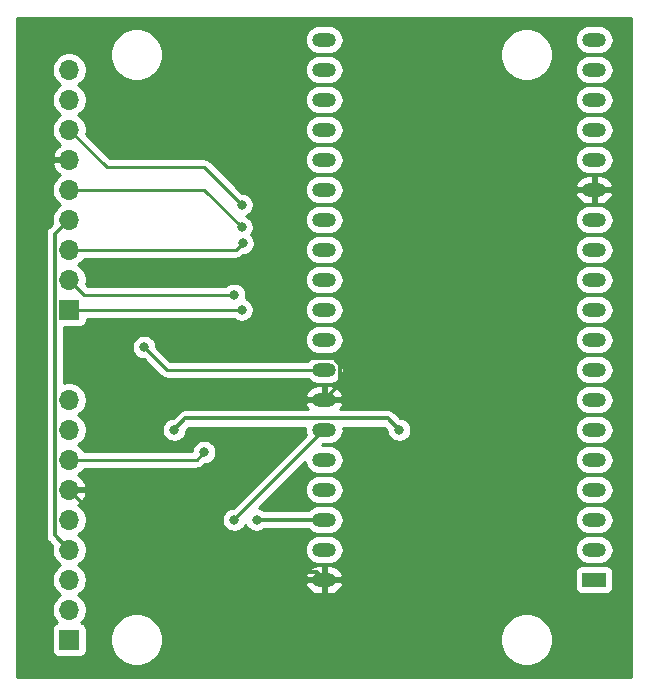
<source format=gbr>
%TF.GenerationSoftware,KiCad,Pcbnew,(5.1.9)-1*%
%TF.CreationDate,2021-05-14T21:25:45-04:00*%
%TF.ProjectId,AtariWiiWifi,41746172-6957-4696-9957-6966692e6b69,rev?*%
%TF.SameCoordinates,Original*%
%TF.FileFunction,Copper,L2,Bot*%
%TF.FilePolarity,Positive*%
%FSLAX46Y46*%
G04 Gerber Fmt 4.6, Leading zero omitted, Abs format (unit mm)*
G04 Created by KiCad (PCBNEW (5.1.9)-1) date 2021-05-14 21:25:45*
%MOMM*%
%LPD*%
G01*
G04 APERTURE LIST*
%TA.AperFunction,ComponentPad*%
%ADD10O,1.700000X1.700000*%
%TD*%
%TA.AperFunction,ComponentPad*%
%ADD11R,1.700000X1.700000*%
%TD*%
%TA.AperFunction,ComponentPad*%
%ADD12O,2.000000X1.200000*%
%TD*%
%TA.AperFunction,ComponentPad*%
%ADD13R,2.000000X1.200000*%
%TD*%
%TA.AperFunction,ViaPad*%
%ADD14C,0.800000*%
%TD*%
%TA.AperFunction,Conductor*%
%ADD15C,0.228600*%
%TD*%
%TA.AperFunction,Conductor*%
%ADD16C,0.304800*%
%TD*%
%TA.AperFunction,Conductor*%
%ADD17C,0.254000*%
%TD*%
%TA.AperFunction,Conductor*%
%ADD18C,0.100000*%
%TD*%
G04 APERTURE END LIST*
D10*
%TO.P,J1A1,9*%
%TO.N,/J1_PotB*%
X129540000Y-100330000D03*
%TO.P,J1A1,8*%
%TO.N,/J1_PotA*%
X129540000Y-102870000D03*
%TO.P,J1A1,7*%
%TO.N,/J1_RIGHT*%
X129540000Y-105410000D03*
%TO.P,J1A1,6*%
%TO.N,GND*%
X129540000Y-107950000D03*
%TO.P,J1A1,5*%
%TO.N,/J1_LEFT*%
X129540000Y-110490000D03*
%TO.P,J1A1,4*%
%TO.N,/J1_5V*%
X129540000Y-113030000D03*
%TO.P,J1A1,3*%
%TO.N,/J1_DOWN*%
X129540000Y-115570000D03*
%TO.P,J1A1,2*%
%TO.N,/J1_TRIG*%
X129540000Y-118110000D03*
D11*
%TO.P,J1A1,1*%
%TO.N,/J1_UP*%
X129540000Y-120650000D03*
%TD*%
%TO.P,J2A1,1*%
%TO.N,/J2_UP*%
X129540000Y-92710000D03*
D10*
%TO.P,J2A1,2*%
%TO.N,/J2_TRIG*%
X129540000Y-90170000D03*
%TO.P,J2A1,3*%
%TO.N,/J2_DOWN*%
X129540000Y-87630000D03*
%TO.P,J2A1,4*%
%TO.N,/J1_5V*%
X129540000Y-85090000D03*
%TO.P,J2A1,5*%
%TO.N,/J2_LEFT*%
X129540000Y-82550000D03*
%TO.P,J2A1,6*%
%TO.N,GND*%
X129540000Y-80010000D03*
%TO.P,J2A1,7*%
%TO.N,/J2_RIGHT*%
X129540000Y-77470000D03*
%TO.P,J2A1,8*%
%TO.N,/J2_PotA*%
X129540000Y-74930000D03*
%TO.P,J2A1,9*%
%TO.N,/J2_PotB*%
X129540000Y-72390000D03*
%TD*%
D12*
%TO.P,U4,38*%
%TO.N,GND*%
X151130000Y-115570000D03*
D13*
%TO.P,U4,1*%
%TO.N,+3V3*%
X173990000Y-115570000D03*
D12*
%TO.P,U4,37*%
%TO.N,Net-(U4-Pad37)*%
X151130000Y-113030000D03*
%TO.P,U4,2*%
%TO.N,Net-(U4-Pad2)*%
X173990000Y-113030000D03*
%TO.P,U4,36*%
%TO.N,/SCL*%
X151130000Y-110490000D03*
%TO.P,U4,3*%
%TO.N,Net-(U4-Pad3)*%
X173990000Y-110490000D03*
%TO.P,U4,35*%
%TO.N,Net-(U4-Pad35)*%
X151130000Y-107950000D03*
%TO.P,U4,4*%
%TO.N,Net-(U4-Pad4)*%
X173990000Y-107950000D03*
%TO.P,U4,34*%
%TO.N,Net-(U4-Pad34)*%
X151130000Y-105410000D03*
%TO.P,U4,5*%
%TO.N,Net-(U4-Pad5)*%
X173990000Y-105410000D03*
%TO.P,U4,33*%
%TO.N,/SDA*%
X151130000Y-102870000D03*
%TO.P,U4,6*%
%TO.N,Net-(U4-Pad6)*%
X173990000Y-102870000D03*
%TO.P,U4,32*%
%TO.N,GND*%
X151130000Y-100330000D03*
%TO.P,U4,7*%
%TO.N,Net-(U4-Pad7)*%
X173990000Y-100330000D03*
%TO.P,U4,31*%
%TO.N,Net-(R2-Pad2)*%
X151130000Y-97790000D03*
%TO.P,U4,8*%
%TO.N,Net-(U4-Pad8)*%
X173990000Y-97790000D03*
%TO.P,U4,30*%
%TO.N,Net-(U4-Pad30)*%
X151130000Y-95250000D03*
%TO.P,U4,9*%
%TO.N,Net-(U4-Pad9)*%
X173990000Y-95250000D03*
%TO.P,U4,29*%
%TO.N,Net-(U4-Pad29)*%
X151130000Y-92710000D03*
%TO.P,U4,10*%
%TO.N,Net-(U4-Pad10)*%
X173990000Y-92710000D03*
%TO.P,U4,28*%
%TO.N,Net-(U4-Pad28)*%
X151130000Y-90170000D03*
%TO.P,U4,11*%
%TO.N,Net-(U4-Pad11)*%
X173990000Y-90170000D03*
%TO.P,U4,27*%
%TO.N,Net-(U4-Pad27)*%
X151130000Y-87630000D03*
%TO.P,U4,12*%
%TO.N,Net-(U4-Pad12)*%
X173990000Y-87630000D03*
%TO.P,U4,26*%
%TO.N,Net-(U4-Pad26)*%
X151130000Y-85090000D03*
%TO.P,U4,13*%
%TO.N,Net-(U4-Pad13)*%
X173990000Y-85090000D03*
%TO.P,U4,25*%
%TO.N,Net-(U4-Pad25)*%
X151130000Y-82550000D03*
%TO.P,U4,14*%
%TO.N,GND*%
X173990000Y-82550000D03*
%TO.P,U4,24*%
%TO.N,Net-(U4-Pad24)*%
X151130000Y-80010000D03*
%TO.P,U4,15*%
%TO.N,Net-(U4-Pad15)*%
X173990000Y-80010000D03*
%TO.P,U4,23*%
%TO.N,Net-(U4-Pad23)*%
X151130000Y-77470000D03*
%TO.P,U4,16*%
%TO.N,Net-(U4-Pad16)*%
X173990000Y-77470000D03*
%TO.P,U4,22*%
%TO.N,Net-(U4-Pad22)*%
X151130000Y-74930000D03*
%TO.P,U4,17*%
%TO.N,Net-(U4-Pad17)*%
X173990000Y-74930000D03*
%TO.P,U4,21*%
%TO.N,Net-(U4-Pad21)*%
X151130000Y-72390000D03*
%TO.P,U4,18*%
%TO.N,Net-(U4-Pad18)*%
X173990000Y-72390000D03*
%TO.P,U4,20*%
%TO.N,Net-(U4-Pad20)*%
X151130000Y-69850000D03*
%TO.P,U4,19*%
%TO.N,Net-(U4-Pad19)*%
X173990000Y-69850000D03*
%TD*%
D14*
%TO.N,/J1_RIGHT*%
X140970000Y-104775000D03*
%TO.N,GND*%
X144145000Y-100330000D03*
X151130000Y-118110000D03*
X147320000Y-93980000D03*
%TO.N,/J2_TRIG*%
X143510000Y-91440000D03*
%TO.N,/J2_RIGHT*%
X144145000Y-83820000D03*
%TO.N,/J2_LEFT*%
X144145000Y-85725000D03*
%TO.N,/J2_DOWN*%
X144219378Y-87069378D03*
%TO.N,/J2_UP*%
X144145000Y-92710000D03*
%TO.N,+3V3*%
X138430000Y-102870000D03*
X157480000Y-102870000D03*
%TO.N,Net-(R2-Pad2)*%
X135890000Y-95885000D03*
%TO.N,/SCL*%
X145415000Y-110490000D03*
%TO.N,/SDA*%
X143510004Y-110490000D03*
%TD*%
D15*
%TO.N,/J1_RIGHT*%
X140335000Y-105410000D02*
X140970000Y-104775000D01*
X129540000Y-105410000D02*
X140335000Y-105410000D01*
D16*
%TO.N,/J1_5V*%
X128334399Y-111824399D02*
X129540000Y-113030000D01*
X128334399Y-86295601D02*
X128334399Y-111824399D01*
X129540000Y-85090000D02*
X128334399Y-86295601D01*
%TO.N,GND*%
X173990000Y-82550000D02*
X165735000Y-82550000D01*
X165735000Y-82550000D02*
X162560000Y-85725000D01*
X162560000Y-85725000D02*
X162560000Y-93345000D01*
X155575000Y-100330000D02*
X151130000Y-100330000D01*
X162560000Y-93345000D02*
X155575000Y-100330000D01*
X151130000Y-100330000D02*
X144145000Y-100330000D01*
X151130000Y-118110000D02*
X151130000Y-115570000D01*
X152485610Y-98974390D02*
X151130000Y-100330000D01*
X152485610Y-97394174D02*
X152485610Y-98974390D01*
X151925826Y-96834390D02*
X152485610Y-97394174D01*
X150174390Y-96834390D02*
X151925826Y-96834390D01*
X147320000Y-93980000D02*
X150174390Y-96834390D01*
X129540000Y-107950000D02*
X136525000Y-114935000D01*
X150495000Y-114935000D02*
X151130000Y-115570000D01*
X136525000Y-114935000D02*
X150495000Y-114935000D01*
D15*
%TO.N,/J2_TRIG*%
X130810000Y-91440000D02*
X129540000Y-90170000D01*
X143510000Y-91440000D02*
X130810000Y-91440000D01*
%TO.N,/J2_RIGHT*%
X144145000Y-83820000D02*
X140970000Y-80645000D01*
X132715000Y-80645000D02*
X129540000Y-77470000D01*
X140970000Y-80645000D02*
X132715000Y-80645000D01*
%TO.N,/J2_LEFT*%
X140970000Y-82550000D02*
X144145000Y-85725000D01*
X129540000Y-82550000D02*
X140970000Y-82550000D01*
%TO.N,/J2_DOWN*%
X143658756Y-87630000D02*
X144219378Y-87069378D01*
X129540000Y-87630000D02*
X143658756Y-87630000D01*
%TO.N,/J2_UP*%
X144145000Y-92710000D02*
X129540000Y-92710000D01*
D16*
%TO.N,+3V3*%
X156524390Y-101914390D02*
X157480000Y-102870000D01*
X139385610Y-101914390D02*
X156524390Y-101914390D01*
X138430000Y-102870000D02*
X139385610Y-101914390D01*
D15*
%TO.N,Net-(R2-Pad2)*%
X151130000Y-97790000D02*
X137795000Y-97790000D01*
X137795000Y-97790000D02*
X135890000Y-95885000D01*
D16*
%TO.N,/SCL*%
X145415000Y-110490000D02*
X151130000Y-110490000D01*
%TO.N,/SDA*%
X143510004Y-110489996D02*
X143510004Y-110490000D01*
X151130000Y-102870000D02*
X143510004Y-110489996D01*
%TD*%
D17*
%TO.N,GND*%
X177140000Y-123800000D02*
X125120000Y-123800000D01*
X125120000Y-86295601D01*
X127543191Y-86295601D01*
X127546999Y-86334264D01*
X127547000Y-111785726D01*
X127543191Y-111824399D01*
X127558394Y-111978756D01*
X127603417Y-112127181D01*
X127676534Y-112263971D01*
X127774931Y-112383868D01*
X127804972Y-112408522D01*
X128092362Y-112695912D01*
X128055000Y-112883740D01*
X128055000Y-113176260D01*
X128112068Y-113463158D01*
X128224010Y-113733411D01*
X128386525Y-113976632D01*
X128593368Y-114183475D01*
X128767760Y-114300000D01*
X128593368Y-114416525D01*
X128386525Y-114623368D01*
X128224010Y-114866589D01*
X128112068Y-115136842D01*
X128055000Y-115423740D01*
X128055000Y-115716260D01*
X128112068Y-116003158D01*
X128224010Y-116273411D01*
X128386525Y-116516632D01*
X128593368Y-116723475D01*
X128767760Y-116840000D01*
X128593368Y-116956525D01*
X128386525Y-117163368D01*
X128224010Y-117406589D01*
X128112068Y-117676842D01*
X128055000Y-117963740D01*
X128055000Y-118256260D01*
X128112068Y-118543158D01*
X128224010Y-118813411D01*
X128386525Y-119056632D01*
X128518380Y-119188487D01*
X128445820Y-119210498D01*
X128335506Y-119269463D01*
X128238815Y-119348815D01*
X128159463Y-119445506D01*
X128100498Y-119555820D01*
X128064188Y-119675518D01*
X128051928Y-119800000D01*
X128051928Y-121500000D01*
X128064188Y-121624482D01*
X128100498Y-121744180D01*
X128159463Y-121854494D01*
X128238815Y-121951185D01*
X128335506Y-122030537D01*
X128445820Y-122089502D01*
X128565518Y-122125812D01*
X128690000Y-122138072D01*
X130390000Y-122138072D01*
X130514482Y-122125812D01*
X130634180Y-122089502D01*
X130744494Y-122030537D01*
X130841185Y-121951185D01*
X130920537Y-121854494D01*
X130979502Y-121744180D01*
X131015812Y-121624482D01*
X131028072Y-121500000D01*
X131028072Y-120429872D01*
X133020000Y-120429872D01*
X133020000Y-120870128D01*
X133105890Y-121301925D01*
X133274369Y-121708669D01*
X133518962Y-122074729D01*
X133830271Y-122386038D01*
X134196331Y-122630631D01*
X134603075Y-122799110D01*
X135034872Y-122885000D01*
X135475128Y-122885000D01*
X135906925Y-122799110D01*
X136313669Y-122630631D01*
X136679729Y-122386038D01*
X136991038Y-122074729D01*
X137235631Y-121708669D01*
X137404110Y-121301925D01*
X137490000Y-120870128D01*
X137490000Y-120429872D01*
X166040000Y-120429872D01*
X166040000Y-120870128D01*
X166125890Y-121301925D01*
X166294369Y-121708669D01*
X166538962Y-122074729D01*
X166850271Y-122386038D01*
X167216331Y-122630631D01*
X167623075Y-122799110D01*
X168054872Y-122885000D01*
X168495128Y-122885000D01*
X168926925Y-122799110D01*
X169333669Y-122630631D01*
X169699729Y-122386038D01*
X170011038Y-122074729D01*
X170255631Y-121708669D01*
X170424110Y-121301925D01*
X170510000Y-120870128D01*
X170510000Y-120429872D01*
X170424110Y-119998075D01*
X170255631Y-119591331D01*
X170011038Y-119225271D01*
X169699729Y-118913962D01*
X169333669Y-118669369D01*
X168926925Y-118500890D01*
X168495128Y-118415000D01*
X168054872Y-118415000D01*
X167623075Y-118500890D01*
X167216331Y-118669369D01*
X166850271Y-118913962D01*
X166538962Y-119225271D01*
X166294369Y-119591331D01*
X166125890Y-119998075D01*
X166040000Y-120429872D01*
X137490000Y-120429872D01*
X137404110Y-119998075D01*
X137235631Y-119591331D01*
X136991038Y-119225271D01*
X136679729Y-118913962D01*
X136313669Y-118669369D01*
X135906925Y-118500890D01*
X135475128Y-118415000D01*
X135034872Y-118415000D01*
X134603075Y-118500890D01*
X134196331Y-118669369D01*
X133830271Y-118913962D01*
X133518962Y-119225271D01*
X133274369Y-119591331D01*
X133105890Y-119998075D01*
X133020000Y-120429872D01*
X131028072Y-120429872D01*
X131028072Y-119800000D01*
X131015812Y-119675518D01*
X130979502Y-119555820D01*
X130920537Y-119445506D01*
X130841185Y-119348815D01*
X130744494Y-119269463D01*
X130634180Y-119210498D01*
X130561620Y-119188487D01*
X130693475Y-119056632D01*
X130855990Y-118813411D01*
X130967932Y-118543158D01*
X131025000Y-118256260D01*
X131025000Y-117963740D01*
X130967932Y-117676842D01*
X130855990Y-117406589D01*
X130693475Y-117163368D01*
X130486632Y-116956525D01*
X130312240Y-116840000D01*
X130486632Y-116723475D01*
X130693475Y-116516632D01*
X130855990Y-116273411D01*
X130967932Y-116003158D01*
X130990916Y-115887609D01*
X149536538Y-115887609D01*
X149540409Y-115925282D01*
X149632579Y-116150533D01*
X149766922Y-116353474D01*
X149938275Y-116526307D01*
X150140054Y-116662390D01*
X150364504Y-116756493D01*
X150603000Y-116805000D01*
X151003000Y-116805000D01*
X151003000Y-115697000D01*
X151257000Y-115697000D01*
X151257000Y-116805000D01*
X151657000Y-116805000D01*
X151895496Y-116756493D01*
X152119946Y-116662390D01*
X152321725Y-116526307D01*
X152493078Y-116353474D01*
X152627421Y-116150533D01*
X152719591Y-115925282D01*
X152723462Y-115887609D01*
X152598731Y-115697000D01*
X151257000Y-115697000D01*
X151003000Y-115697000D01*
X149661269Y-115697000D01*
X149536538Y-115887609D01*
X130990916Y-115887609D01*
X131025000Y-115716260D01*
X131025000Y-115423740D01*
X130990917Y-115252391D01*
X149536538Y-115252391D01*
X149661269Y-115443000D01*
X151003000Y-115443000D01*
X151003000Y-114335000D01*
X151257000Y-114335000D01*
X151257000Y-115443000D01*
X152598731Y-115443000D01*
X152723462Y-115252391D01*
X152719591Y-115214718D01*
X152627421Y-114989467D01*
X152614535Y-114970000D01*
X172351928Y-114970000D01*
X172351928Y-116170000D01*
X172364188Y-116294482D01*
X172400498Y-116414180D01*
X172459463Y-116524494D01*
X172538815Y-116621185D01*
X172635506Y-116700537D01*
X172745820Y-116759502D01*
X172865518Y-116795812D01*
X172990000Y-116808072D01*
X174990000Y-116808072D01*
X175114482Y-116795812D01*
X175234180Y-116759502D01*
X175344494Y-116700537D01*
X175441185Y-116621185D01*
X175520537Y-116524494D01*
X175579502Y-116414180D01*
X175615812Y-116294482D01*
X175628072Y-116170000D01*
X175628072Y-114970000D01*
X175615812Y-114845518D01*
X175579502Y-114725820D01*
X175520537Y-114615506D01*
X175441185Y-114518815D01*
X175344494Y-114439463D01*
X175234180Y-114380498D01*
X175114482Y-114344188D01*
X174990000Y-114331928D01*
X172990000Y-114331928D01*
X172865518Y-114344188D01*
X172745820Y-114380498D01*
X172635506Y-114439463D01*
X172538815Y-114518815D01*
X172459463Y-114615506D01*
X172400498Y-114725820D01*
X172364188Y-114845518D01*
X172351928Y-114970000D01*
X152614535Y-114970000D01*
X152493078Y-114786526D01*
X152321725Y-114613693D01*
X152119946Y-114477610D01*
X151895496Y-114383507D01*
X151657000Y-114335000D01*
X151257000Y-114335000D01*
X151003000Y-114335000D01*
X150603000Y-114335000D01*
X150364504Y-114383507D01*
X150140054Y-114477610D01*
X149938275Y-114613693D01*
X149766922Y-114786526D01*
X149632579Y-114989467D01*
X149540409Y-115214718D01*
X149536538Y-115252391D01*
X130990917Y-115252391D01*
X130967932Y-115136842D01*
X130855990Y-114866589D01*
X130693475Y-114623368D01*
X130486632Y-114416525D01*
X130312240Y-114300000D01*
X130486632Y-114183475D01*
X130693475Y-113976632D01*
X130855990Y-113733411D01*
X130967932Y-113463158D01*
X131025000Y-113176260D01*
X131025000Y-113030000D01*
X149489025Y-113030000D01*
X149512870Y-113272102D01*
X149583489Y-113504901D01*
X149698167Y-113719449D01*
X149852498Y-113907502D01*
X150040551Y-114061833D01*
X150255099Y-114176511D01*
X150487898Y-114247130D01*
X150669335Y-114265000D01*
X151590665Y-114265000D01*
X151772102Y-114247130D01*
X152004901Y-114176511D01*
X152219449Y-114061833D01*
X152407502Y-113907502D01*
X152561833Y-113719449D01*
X152676511Y-113504901D01*
X152747130Y-113272102D01*
X152770975Y-113030000D01*
X172349025Y-113030000D01*
X172372870Y-113272102D01*
X172443489Y-113504901D01*
X172558167Y-113719449D01*
X172712498Y-113907502D01*
X172900551Y-114061833D01*
X173115099Y-114176511D01*
X173347898Y-114247130D01*
X173529335Y-114265000D01*
X174450665Y-114265000D01*
X174632102Y-114247130D01*
X174864901Y-114176511D01*
X175079449Y-114061833D01*
X175267502Y-113907502D01*
X175421833Y-113719449D01*
X175536511Y-113504901D01*
X175607130Y-113272102D01*
X175630975Y-113030000D01*
X175607130Y-112787898D01*
X175536511Y-112555099D01*
X175421833Y-112340551D01*
X175267502Y-112152498D01*
X175079449Y-111998167D01*
X174864901Y-111883489D01*
X174632102Y-111812870D01*
X174450665Y-111795000D01*
X173529335Y-111795000D01*
X173347898Y-111812870D01*
X173115099Y-111883489D01*
X172900551Y-111998167D01*
X172712498Y-112152498D01*
X172558167Y-112340551D01*
X172443489Y-112555099D01*
X172372870Y-112787898D01*
X172349025Y-113030000D01*
X152770975Y-113030000D01*
X152747130Y-112787898D01*
X152676511Y-112555099D01*
X152561833Y-112340551D01*
X152407502Y-112152498D01*
X152219449Y-111998167D01*
X152004901Y-111883489D01*
X151772102Y-111812870D01*
X151590665Y-111795000D01*
X150669335Y-111795000D01*
X150487898Y-111812870D01*
X150255099Y-111883489D01*
X150040551Y-111998167D01*
X149852498Y-112152498D01*
X149698167Y-112340551D01*
X149583489Y-112555099D01*
X149512870Y-112787898D01*
X149489025Y-113030000D01*
X131025000Y-113030000D01*
X131025000Y-112883740D01*
X130967932Y-112596842D01*
X130855990Y-112326589D01*
X130693475Y-112083368D01*
X130486632Y-111876525D01*
X130312240Y-111760000D01*
X130486632Y-111643475D01*
X130693475Y-111436632D01*
X130855990Y-111193411D01*
X130967932Y-110923158D01*
X131025000Y-110636260D01*
X131025000Y-110343740D01*
X130967932Y-110056842D01*
X130855990Y-109786589D01*
X130693475Y-109543368D01*
X130486632Y-109336525D01*
X130304466Y-109214805D01*
X130421355Y-109145178D01*
X130637588Y-108950269D01*
X130811641Y-108716920D01*
X130936825Y-108454099D01*
X130981476Y-108306890D01*
X130860155Y-108077000D01*
X129667000Y-108077000D01*
X129667000Y-108097000D01*
X129413000Y-108097000D01*
X129413000Y-108077000D01*
X129393000Y-108077000D01*
X129393000Y-107823000D01*
X129413000Y-107823000D01*
X129413000Y-107803000D01*
X129667000Y-107803000D01*
X129667000Y-107823000D01*
X130860155Y-107823000D01*
X130981476Y-107593110D01*
X130936825Y-107445901D01*
X130811641Y-107183080D01*
X130637588Y-106949731D01*
X130421355Y-106754822D01*
X130304466Y-106685195D01*
X130486632Y-106563475D01*
X130693475Y-106356632D01*
X130825328Y-106159300D01*
X140298205Y-106159300D01*
X140335000Y-106162924D01*
X140371795Y-106159300D01*
X140371806Y-106159300D01*
X140481888Y-106148458D01*
X140623132Y-106105612D01*
X140753303Y-106036034D01*
X140867398Y-105942398D01*
X140890862Y-105913807D01*
X140994669Y-105810000D01*
X141071939Y-105810000D01*
X141271898Y-105770226D01*
X141460256Y-105692205D01*
X141629774Y-105578937D01*
X141773937Y-105434774D01*
X141887205Y-105265256D01*
X141965226Y-105076898D01*
X142005000Y-104876939D01*
X142005000Y-104673061D01*
X141965226Y-104473102D01*
X141887205Y-104284744D01*
X141773937Y-104115226D01*
X141629774Y-103971063D01*
X141460256Y-103857795D01*
X141271898Y-103779774D01*
X141071939Y-103740000D01*
X140868061Y-103740000D01*
X140668102Y-103779774D01*
X140479744Y-103857795D01*
X140310226Y-103971063D01*
X140166063Y-104115226D01*
X140052795Y-104284744D01*
X139974774Y-104473102D01*
X139937459Y-104660700D01*
X130825328Y-104660700D01*
X130693475Y-104463368D01*
X130486632Y-104256525D01*
X130312240Y-104140000D01*
X130486632Y-104023475D01*
X130693475Y-103816632D01*
X130855990Y-103573411D01*
X130967932Y-103303158D01*
X131025000Y-103016260D01*
X131025000Y-102768061D01*
X137395000Y-102768061D01*
X137395000Y-102971939D01*
X137434774Y-103171898D01*
X137512795Y-103360256D01*
X137626063Y-103529774D01*
X137770226Y-103673937D01*
X137939744Y-103787205D01*
X138128102Y-103865226D01*
X138328061Y-103905000D01*
X138531939Y-103905000D01*
X138731898Y-103865226D01*
X138920256Y-103787205D01*
X139089774Y-103673937D01*
X139233937Y-103529774D01*
X139347205Y-103360256D01*
X139425226Y-103171898D01*
X139465000Y-102971939D01*
X139465000Y-102948551D01*
X139711761Y-102701790D01*
X149505592Y-102701790D01*
X149489025Y-102870000D01*
X149512870Y-103112102D01*
X149573727Y-103312721D01*
X143431450Y-109455000D01*
X143408065Y-109455000D01*
X143208106Y-109494774D01*
X143019748Y-109572795D01*
X142850230Y-109686063D01*
X142706067Y-109830226D01*
X142592799Y-109999744D01*
X142514778Y-110188102D01*
X142475004Y-110388061D01*
X142475004Y-110591939D01*
X142514778Y-110791898D01*
X142592799Y-110980256D01*
X142706067Y-111149774D01*
X142850230Y-111293937D01*
X143019748Y-111407205D01*
X143208106Y-111485226D01*
X143408065Y-111525000D01*
X143611943Y-111525000D01*
X143811902Y-111485226D01*
X144000260Y-111407205D01*
X144169778Y-111293937D01*
X144313941Y-111149774D01*
X144427209Y-110980256D01*
X144462502Y-110895052D01*
X144497795Y-110980256D01*
X144611063Y-111149774D01*
X144755226Y-111293937D01*
X144924744Y-111407205D01*
X145113102Y-111485226D01*
X145313061Y-111525000D01*
X145516939Y-111525000D01*
X145716898Y-111485226D01*
X145905256Y-111407205D01*
X146074774Y-111293937D01*
X146091311Y-111277400D01*
X149778553Y-111277400D01*
X149852498Y-111367502D01*
X150040551Y-111521833D01*
X150255099Y-111636511D01*
X150487898Y-111707130D01*
X150669335Y-111725000D01*
X151590665Y-111725000D01*
X151772102Y-111707130D01*
X152004901Y-111636511D01*
X152219449Y-111521833D01*
X152407502Y-111367502D01*
X152561833Y-111179449D01*
X152676511Y-110964901D01*
X152747130Y-110732102D01*
X152770975Y-110490000D01*
X172349025Y-110490000D01*
X172372870Y-110732102D01*
X172443489Y-110964901D01*
X172558167Y-111179449D01*
X172712498Y-111367502D01*
X172900551Y-111521833D01*
X173115099Y-111636511D01*
X173347898Y-111707130D01*
X173529335Y-111725000D01*
X174450665Y-111725000D01*
X174632102Y-111707130D01*
X174864901Y-111636511D01*
X175079449Y-111521833D01*
X175267502Y-111367502D01*
X175421833Y-111179449D01*
X175536511Y-110964901D01*
X175607130Y-110732102D01*
X175630975Y-110490000D01*
X175607130Y-110247898D01*
X175536511Y-110015099D01*
X175421833Y-109800551D01*
X175267502Y-109612498D01*
X175079449Y-109458167D01*
X174864901Y-109343489D01*
X174632102Y-109272870D01*
X174450665Y-109255000D01*
X173529335Y-109255000D01*
X173347898Y-109272870D01*
X173115099Y-109343489D01*
X172900551Y-109458167D01*
X172712498Y-109612498D01*
X172558167Y-109800551D01*
X172443489Y-110015099D01*
X172372870Y-110247898D01*
X172349025Y-110490000D01*
X152770975Y-110490000D01*
X152747130Y-110247898D01*
X152676511Y-110015099D01*
X152561833Y-109800551D01*
X152407502Y-109612498D01*
X152219449Y-109458167D01*
X152004901Y-109343489D01*
X151772102Y-109272870D01*
X151590665Y-109255000D01*
X150669335Y-109255000D01*
X150487898Y-109272870D01*
X150255099Y-109343489D01*
X150040551Y-109458167D01*
X149852498Y-109612498D01*
X149778553Y-109702600D01*
X146091311Y-109702600D01*
X146074774Y-109686063D01*
X145905256Y-109572795D01*
X145716898Y-109494774D01*
X145635056Y-109478495D01*
X147163551Y-107950000D01*
X149489025Y-107950000D01*
X149512870Y-108192102D01*
X149583489Y-108424901D01*
X149698167Y-108639449D01*
X149852498Y-108827502D01*
X150040551Y-108981833D01*
X150255099Y-109096511D01*
X150487898Y-109167130D01*
X150669335Y-109185000D01*
X151590665Y-109185000D01*
X151772102Y-109167130D01*
X152004901Y-109096511D01*
X152219449Y-108981833D01*
X152407502Y-108827502D01*
X152561833Y-108639449D01*
X152676511Y-108424901D01*
X152747130Y-108192102D01*
X152770975Y-107950000D01*
X172349025Y-107950000D01*
X172372870Y-108192102D01*
X172443489Y-108424901D01*
X172558167Y-108639449D01*
X172712498Y-108827502D01*
X172900551Y-108981833D01*
X173115099Y-109096511D01*
X173347898Y-109167130D01*
X173529335Y-109185000D01*
X174450665Y-109185000D01*
X174632102Y-109167130D01*
X174864901Y-109096511D01*
X175079449Y-108981833D01*
X175267502Y-108827502D01*
X175421833Y-108639449D01*
X175536511Y-108424901D01*
X175607130Y-108192102D01*
X175630975Y-107950000D01*
X175607130Y-107707898D01*
X175536511Y-107475099D01*
X175421833Y-107260551D01*
X175267502Y-107072498D01*
X175079449Y-106918167D01*
X174864901Y-106803489D01*
X174632102Y-106732870D01*
X174450665Y-106715000D01*
X173529335Y-106715000D01*
X173347898Y-106732870D01*
X173115099Y-106803489D01*
X172900551Y-106918167D01*
X172712498Y-107072498D01*
X172558167Y-107260551D01*
X172443489Y-107475099D01*
X172372870Y-107707898D01*
X172349025Y-107950000D01*
X152770975Y-107950000D01*
X152747130Y-107707898D01*
X152676511Y-107475099D01*
X152561833Y-107260551D01*
X152407502Y-107072498D01*
X152219449Y-106918167D01*
X152004901Y-106803489D01*
X151772102Y-106732870D01*
X151590665Y-106715000D01*
X150669335Y-106715000D01*
X150487898Y-106732870D01*
X150255099Y-106803489D01*
X150040551Y-106918167D01*
X149852498Y-107072498D01*
X149698167Y-107260551D01*
X149583489Y-107475099D01*
X149512870Y-107707898D01*
X149489025Y-107950000D01*
X147163551Y-107950000D01*
X149508260Y-105605292D01*
X149512870Y-105652102D01*
X149583489Y-105884901D01*
X149698167Y-106099449D01*
X149852498Y-106287502D01*
X150040551Y-106441833D01*
X150255099Y-106556511D01*
X150487898Y-106627130D01*
X150669335Y-106645000D01*
X151590665Y-106645000D01*
X151772102Y-106627130D01*
X152004901Y-106556511D01*
X152219449Y-106441833D01*
X152407502Y-106287502D01*
X152561833Y-106099449D01*
X152676511Y-105884901D01*
X152747130Y-105652102D01*
X152770975Y-105410000D01*
X172349025Y-105410000D01*
X172372870Y-105652102D01*
X172443489Y-105884901D01*
X172558167Y-106099449D01*
X172712498Y-106287502D01*
X172900551Y-106441833D01*
X173115099Y-106556511D01*
X173347898Y-106627130D01*
X173529335Y-106645000D01*
X174450665Y-106645000D01*
X174632102Y-106627130D01*
X174864901Y-106556511D01*
X175079449Y-106441833D01*
X175267502Y-106287502D01*
X175421833Y-106099449D01*
X175536511Y-105884901D01*
X175607130Y-105652102D01*
X175630975Y-105410000D01*
X175607130Y-105167898D01*
X175536511Y-104935099D01*
X175421833Y-104720551D01*
X175267502Y-104532498D01*
X175079449Y-104378167D01*
X174864901Y-104263489D01*
X174632102Y-104192870D01*
X174450665Y-104175000D01*
X173529335Y-104175000D01*
X173347898Y-104192870D01*
X173115099Y-104263489D01*
X172900551Y-104378167D01*
X172712498Y-104532498D01*
X172558167Y-104720551D01*
X172443489Y-104935099D01*
X172372870Y-105167898D01*
X172349025Y-105410000D01*
X152770975Y-105410000D01*
X152747130Y-105167898D01*
X152676511Y-104935099D01*
X152561833Y-104720551D01*
X152407502Y-104532498D01*
X152219449Y-104378167D01*
X152004901Y-104263489D01*
X151772102Y-104192870D01*
X151590665Y-104175000D01*
X150938552Y-104175000D01*
X151008552Y-104105000D01*
X151590665Y-104105000D01*
X151772102Y-104087130D01*
X152004901Y-104016511D01*
X152219449Y-103901833D01*
X152407502Y-103747502D01*
X152561833Y-103559449D01*
X152676511Y-103344901D01*
X152747130Y-103112102D01*
X152770975Y-102870000D01*
X152754408Y-102701790D01*
X156198239Y-102701790D01*
X156445000Y-102948551D01*
X156445000Y-102971939D01*
X156484774Y-103171898D01*
X156562795Y-103360256D01*
X156676063Y-103529774D01*
X156820226Y-103673937D01*
X156989744Y-103787205D01*
X157178102Y-103865226D01*
X157378061Y-103905000D01*
X157581939Y-103905000D01*
X157781898Y-103865226D01*
X157970256Y-103787205D01*
X158139774Y-103673937D01*
X158283937Y-103529774D01*
X158397205Y-103360256D01*
X158475226Y-103171898D01*
X158515000Y-102971939D01*
X158515000Y-102870000D01*
X172349025Y-102870000D01*
X172372870Y-103112102D01*
X172443489Y-103344901D01*
X172558167Y-103559449D01*
X172712498Y-103747502D01*
X172900551Y-103901833D01*
X173115099Y-104016511D01*
X173347898Y-104087130D01*
X173529335Y-104105000D01*
X174450665Y-104105000D01*
X174632102Y-104087130D01*
X174864901Y-104016511D01*
X175079449Y-103901833D01*
X175267502Y-103747502D01*
X175421833Y-103559449D01*
X175536511Y-103344901D01*
X175607130Y-103112102D01*
X175630975Y-102870000D01*
X175607130Y-102627898D01*
X175536511Y-102395099D01*
X175421833Y-102180551D01*
X175267502Y-101992498D01*
X175079449Y-101838167D01*
X174864901Y-101723489D01*
X174632102Y-101652870D01*
X174450665Y-101635000D01*
X173529335Y-101635000D01*
X173347898Y-101652870D01*
X173115099Y-101723489D01*
X172900551Y-101838167D01*
X172712498Y-101992498D01*
X172558167Y-102180551D01*
X172443489Y-102395099D01*
X172372870Y-102627898D01*
X172349025Y-102870000D01*
X158515000Y-102870000D01*
X158515000Y-102768061D01*
X158475226Y-102568102D01*
X158397205Y-102379744D01*
X158283937Y-102210226D01*
X158139774Y-102066063D01*
X157970256Y-101952795D01*
X157781898Y-101874774D01*
X157581939Y-101835000D01*
X157558551Y-101835000D01*
X157108517Y-101384967D01*
X157083859Y-101354921D01*
X156963962Y-101256524D01*
X156827173Y-101183408D01*
X156678747Y-101138384D01*
X156563063Y-101126990D01*
X156563053Y-101126990D01*
X156524390Y-101123182D01*
X156485727Y-101126990D01*
X152479678Y-101126990D01*
X152493078Y-101113474D01*
X152627421Y-100910533D01*
X152719591Y-100685282D01*
X152723462Y-100647609D01*
X152598731Y-100457000D01*
X151257000Y-100457000D01*
X151257000Y-100477000D01*
X151003000Y-100477000D01*
X151003000Y-100457000D01*
X149661269Y-100457000D01*
X149536538Y-100647609D01*
X149540409Y-100685282D01*
X149632579Y-100910533D01*
X149766922Y-101113474D01*
X149780322Y-101126990D01*
X139424275Y-101126990D01*
X139385610Y-101123182D01*
X139346945Y-101126990D01*
X139346937Y-101126990D01*
X139231253Y-101138384D01*
X139082827Y-101183408D01*
X138946038Y-101256524D01*
X138856180Y-101330268D01*
X138856177Y-101330271D01*
X138826141Y-101354921D01*
X138801491Y-101384957D01*
X138351449Y-101835000D01*
X138328061Y-101835000D01*
X138128102Y-101874774D01*
X137939744Y-101952795D01*
X137770226Y-102066063D01*
X137626063Y-102210226D01*
X137512795Y-102379744D01*
X137434774Y-102568102D01*
X137395000Y-102768061D01*
X131025000Y-102768061D01*
X131025000Y-102723740D01*
X130967932Y-102436842D01*
X130855990Y-102166589D01*
X130693475Y-101923368D01*
X130486632Y-101716525D01*
X130312240Y-101600000D01*
X130486632Y-101483475D01*
X130693475Y-101276632D01*
X130855990Y-101033411D01*
X130967932Y-100763158D01*
X131025000Y-100476260D01*
X131025000Y-100330000D01*
X172349025Y-100330000D01*
X172372870Y-100572102D01*
X172443489Y-100804901D01*
X172558167Y-101019449D01*
X172712498Y-101207502D01*
X172900551Y-101361833D01*
X173115099Y-101476511D01*
X173347898Y-101547130D01*
X173529335Y-101565000D01*
X174450665Y-101565000D01*
X174632102Y-101547130D01*
X174864901Y-101476511D01*
X175079449Y-101361833D01*
X175267502Y-101207502D01*
X175421833Y-101019449D01*
X175536511Y-100804901D01*
X175607130Y-100572102D01*
X175630975Y-100330000D01*
X175607130Y-100087898D01*
X175536511Y-99855099D01*
X175421833Y-99640551D01*
X175267502Y-99452498D01*
X175079449Y-99298167D01*
X174864901Y-99183489D01*
X174632102Y-99112870D01*
X174450665Y-99095000D01*
X173529335Y-99095000D01*
X173347898Y-99112870D01*
X173115099Y-99183489D01*
X172900551Y-99298167D01*
X172712498Y-99452498D01*
X172558167Y-99640551D01*
X172443489Y-99855099D01*
X172372870Y-100087898D01*
X172349025Y-100330000D01*
X131025000Y-100330000D01*
X131025000Y-100183740D01*
X130990917Y-100012391D01*
X149536538Y-100012391D01*
X149661269Y-100203000D01*
X151003000Y-100203000D01*
X151003000Y-99095000D01*
X151257000Y-99095000D01*
X151257000Y-100203000D01*
X152598731Y-100203000D01*
X152723462Y-100012391D01*
X152719591Y-99974718D01*
X152627421Y-99749467D01*
X152493078Y-99546526D01*
X152321725Y-99373693D01*
X152119946Y-99237610D01*
X151895496Y-99143507D01*
X151657000Y-99095000D01*
X151257000Y-99095000D01*
X151003000Y-99095000D01*
X150603000Y-99095000D01*
X150364504Y-99143507D01*
X150140054Y-99237610D01*
X149938275Y-99373693D01*
X149766922Y-99546526D01*
X149632579Y-99749467D01*
X149540409Y-99974718D01*
X149536538Y-100012391D01*
X130990917Y-100012391D01*
X130967932Y-99896842D01*
X130855990Y-99626589D01*
X130693475Y-99383368D01*
X130486632Y-99176525D01*
X130243411Y-99014010D01*
X129973158Y-98902068D01*
X129686260Y-98845000D01*
X129393740Y-98845000D01*
X129121799Y-98899093D01*
X129121799Y-95783061D01*
X134855000Y-95783061D01*
X134855000Y-95986939D01*
X134894774Y-96186898D01*
X134972795Y-96375256D01*
X135086063Y-96544774D01*
X135230226Y-96688937D01*
X135399744Y-96802205D01*
X135588102Y-96880226D01*
X135788061Y-96920000D01*
X135865331Y-96920000D01*
X137239141Y-98293811D01*
X137262602Y-98322398D01*
X137291188Y-98345858D01*
X137291190Y-98345860D01*
X137376696Y-98416034D01*
X137495338Y-98479449D01*
X137506868Y-98485612D01*
X137648112Y-98528458D01*
X137758194Y-98539300D01*
X137758204Y-98539300D01*
X137795000Y-98542924D01*
X137831796Y-98539300D01*
X149747285Y-98539300D01*
X149852498Y-98667502D01*
X150040551Y-98821833D01*
X150255099Y-98936511D01*
X150487898Y-99007130D01*
X150669335Y-99025000D01*
X151590665Y-99025000D01*
X151772102Y-99007130D01*
X152004901Y-98936511D01*
X152219449Y-98821833D01*
X152407502Y-98667502D01*
X152561833Y-98479449D01*
X152676511Y-98264901D01*
X152747130Y-98032102D01*
X152770975Y-97790000D01*
X172349025Y-97790000D01*
X172372870Y-98032102D01*
X172443489Y-98264901D01*
X172558167Y-98479449D01*
X172712498Y-98667502D01*
X172900551Y-98821833D01*
X173115099Y-98936511D01*
X173347898Y-99007130D01*
X173529335Y-99025000D01*
X174450665Y-99025000D01*
X174632102Y-99007130D01*
X174864901Y-98936511D01*
X175079449Y-98821833D01*
X175267502Y-98667502D01*
X175421833Y-98479449D01*
X175536511Y-98264901D01*
X175607130Y-98032102D01*
X175630975Y-97790000D01*
X175607130Y-97547898D01*
X175536511Y-97315099D01*
X175421833Y-97100551D01*
X175267502Y-96912498D01*
X175079449Y-96758167D01*
X174864901Y-96643489D01*
X174632102Y-96572870D01*
X174450665Y-96555000D01*
X173529335Y-96555000D01*
X173347898Y-96572870D01*
X173115099Y-96643489D01*
X172900551Y-96758167D01*
X172712498Y-96912498D01*
X172558167Y-97100551D01*
X172443489Y-97315099D01*
X172372870Y-97547898D01*
X172349025Y-97790000D01*
X152770975Y-97790000D01*
X152747130Y-97547898D01*
X152676511Y-97315099D01*
X152561833Y-97100551D01*
X152407502Y-96912498D01*
X152219449Y-96758167D01*
X152004901Y-96643489D01*
X151772102Y-96572870D01*
X151590665Y-96555000D01*
X150669335Y-96555000D01*
X150487898Y-96572870D01*
X150255099Y-96643489D01*
X150040551Y-96758167D01*
X149852498Y-96912498D01*
X149747285Y-97040700D01*
X138105370Y-97040700D01*
X136925000Y-95860331D01*
X136925000Y-95783061D01*
X136885226Y-95583102D01*
X136807205Y-95394744D01*
X136710491Y-95250000D01*
X149489025Y-95250000D01*
X149512870Y-95492102D01*
X149583489Y-95724901D01*
X149698167Y-95939449D01*
X149852498Y-96127502D01*
X150040551Y-96281833D01*
X150255099Y-96396511D01*
X150487898Y-96467130D01*
X150669335Y-96485000D01*
X151590665Y-96485000D01*
X151772102Y-96467130D01*
X152004901Y-96396511D01*
X152219449Y-96281833D01*
X152407502Y-96127502D01*
X152561833Y-95939449D01*
X152676511Y-95724901D01*
X152747130Y-95492102D01*
X152770975Y-95250000D01*
X172349025Y-95250000D01*
X172372870Y-95492102D01*
X172443489Y-95724901D01*
X172558167Y-95939449D01*
X172712498Y-96127502D01*
X172900551Y-96281833D01*
X173115099Y-96396511D01*
X173347898Y-96467130D01*
X173529335Y-96485000D01*
X174450665Y-96485000D01*
X174632102Y-96467130D01*
X174864901Y-96396511D01*
X175079449Y-96281833D01*
X175267502Y-96127502D01*
X175421833Y-95939449D01*
X175536511Y-95724901D01*
X175607130Y-95492102D01*
X175630975Y-95250000D01*
X175607130Y-95007898D01*
X175536511Y-94775099D01*
X175421833Y-94560551D01*
X175267502Y-94372498D01*
X175079449Y-94218167D01*
X174864901Y-94103489D01*
X174632102Y-94032870D01*
X174450665Y-94015000D01*
X173529335Y-94015000D01*
X173347898Y-94032870D01*
X173115099Y-94103489D01*
X172900551Y-94218167D01*
X172712498Y-94372498D01*
X172558167Y-94560551D01*
X172443489Y-94775099D01*
X172372870Y-95007898D01*
X172349025Y-95250000D01*
X152770975Y-95250000D01*
X152747130Y-95007898D01*
X152676511Y-94775099D01*
X152561833Y-94560551D01*
X152407502Y-94372498D01*
X152219449Y-94218167D01*
X152004901Y-94103489D01*
X151772102Y-94032870D01*
X151590665Y-94015000D01*
X150669335Y-94015000D01*
X150487898Y-94032870D01*
X150255099Y-94103489D01*
X150040551Y-94218167D01*
X149852498Y-94372498D01*
X149698167Y-94560551D01*
X149583489Y-94775099D01*
X149512870Y-95007898D01*
X149489025Y-95250000D01*
X136710491Y-95250000D01*
X136693937Y-95225226D01*
X136549774Y-95081063D01*
X136380256Y-94967795D01*
X136191898Y-94889774D01*
X135991939Y-94850000D01*
X135788061Y-94850000D01*
X135588102Y-94889774D01*
X135399744Y-94967795D01*
X135230226Y-95081063D01*
X135086063Y-95225226D01*
X134972795Y-95394744D01*
X134894774Y-95583102D01*
X134855000Y-95783061D01*
X129121799Y-95783061D01*
X129121799Y-94198072D01*
X130390000Y-94198072D01*
X130514482Y-94185812D01*
X130634180Y-94149502D01*
X130744494Y-94090537D01*
X130841185Y-94011185D01*
X130920537Y-93914494D01*
X130979502Y-93804180D01*
X131015812Y-93684482D01*
X131028072Y-93560000D01*
X131028072Y-93459300D01*
X143430589Y-93459300D01*
X143485226Y-93513937D01*
X143654744Y-93627205D01*
X143843102Y-93705226D01*
X144043061Y-93745000D01*
X144246939Y-93745000D01*
X144446898Y-93705226D01*
X144635256Y-93627205D01*
X144804774Y-93513937D01*
X144948937Y-93369774D01*
X145062205Y-93200256D01*
X145140226Y-93011898D01*
X145180000Y-92811939D01*
X145180000Y-92710000D01*
X149489025Y-92710000D01*
X149512870Y-92952102D01*
X149583489Y-93184901D01*
X149698167Y-93399449D01*
X149852498Y-93587502D01*
X150040551Y-93741833D01*
X150255099Y-93856511D01*
X150487898Y-93927130D01*
X150669335Y-93945000D01*
X151590665Y-93945000D01*
X151772102Y-93927130D01*
X152004901Y-93856511D01*
X152219449Y-93741833D01*
X152407502Y-93587502D01*
X152561833Y-93399449D01*
X152676511Y-93184901D01*
X152747130Y-92952102D01*
X152770975Y-92710000D01*
X172349025Y-92710000D01*
X172372870Y-92952102D01*
X172443489Y-93184901D01*
X172558167Y-93399449D01*
X172712498Y-93587502D01*
X172900551Y-93741833D01*
X173115099Y-93856511D01*
X173347898Y-93927130D01*
X173529335Y-93945000D01*
X174450665Y-93945000D01*
X174632102Y-93927130D01*
X174864901Y-93856511D01*
X175079449Y-93741833D01*
X175267502Y-93587502D01*
X175421833Y-93399449D01*
X175536511Y-93184901D01*
X175607130Y-92952102D01*
X175630975Y-92710000D01*
X175607130Y-92467898D01*
X175536511Y-92235099D01*
X175421833Y-92020551D01*
X175267502Y-91832498D01*
X175079449Y-91678167D01*
X174864901Y-91563489D01*
X174632102Y-91492870D01*
X174450665Y-91475000D01*
X173529335Y-91475000D01*
X173347898Y-91492870D01*
X173115099Y-91563489D01*
X172900551Y-91678167D01*
X172712498Y-91832498D01*
X172558167Y-92020551D01*
X172443489Y-92235099D01*
X172372870Y-92467898D01*
X172349025Y-92710000D01*
X152770975Y-92710000D01*
X152747130Y-92467898D01*
X152676511Y-92235099D01*
X152561833Y-92020551D01*
X152407502Y-91832498D01*
X152219449Y-91678167D01*
X152004901Y-91563489D01*
X151772102Y-91492870D01*
X151590665Y-91475000D01*
X150669335Y-91475000D01*
X150487898Y-91492870D01*
X150255099Y-91563489D01*
X150040551Y-91678167D01*
X149852498Y-91832498D01*
X149698167Y-92020551D01*
X149583489Y-92235099D01*
X149512870Y-92467898D01*
X149489025Y-92710000D01*
X145180000Y-92710000D01*
X145180000Y-92608061D01*
X145140226Y-92408102D01*
X145062205Y-92219744D01*
X144948937Y-92050226D01*
X144804774Y-91906063D01*
X144635256Y-91792795D01*
X144505771Y-91739160D01*
X144545000Y-91541939D01*
X144545000Y-91338061D01*
X144505226Y-91138102D01*
X144427205Y-90949744D01*
X144313937Y-90780226D01*
X144169774Y-90636063D01*
X144000256Y-90522795D01*
X143811898Y-90444774D01*
X143611939Y-90405000D01*
X143408061Y-90405000D01*
X143208102Y-90444774D01*
X143019744Y-90522795D01*
X142850226Y-90636063D01*
X142795589Y-90690700D01*
X131120370Y-90690700D01*
X130978699Y-90549029D01*
X131025000Y-90316260D01*
X131025000Y-90170000D01*
X149489025Y-90170000D01*
X149512870Y-90412102D01*
X149583489Y-90644901D01*
X149698167Y-90859449D01*
X149852498Y-91047502D01*
X150040551Y-91201833D01*
X150255099Y-91316511D01*
X150487898Y-91387130D01*
X150669335Y-91405000D01*
X151590665Y-91405000D01*
X151772102Y-91387130D01*
X152004901Y-91316511D01*
X152219449Y-91201833D01*
X152407502Y-91047502D01*
X152561833Y-90859449D01*
X152676511Y-90644901D01*
X152747130Y-90412102D01*
X152770975Y-90170000D01*
X172349025Y-90170000D01*
X172372870Y-90412102D01*
X172443489Y-90644901D01*
X172558167Y-90859449D01*
X172712498Y-91047502D01*
X172900551Y-91201833D01*
X173115099Y-91316511D01*
X173347898Y-91387130D01*
X173529335Y-91405000D01*
X174450665Y-91405000D01*
X174632102Y-91387130D01*
X174864901Y-91316511D01*
X175079449Y-91201833D01*
X175267502Y-91047502D01*
X175421833Y-90859449D01*
X175536511Y-90644901D01*
X175607130Y-90412102D01*
X175630975Y-90170000D01*
X175607130Y-89927898D01*
X175536511Y-89695099D01*
X175421833Y-89480551D01*
X175267502Y-89292498D01*
X175079449Y-89138167D01*
X174864901Y-89023489D01*
X174632102Y-88952870D01*
X174450665Y-88935000D01*
X173529335Y-88935000D01*
X173347898Y-88952870D01*
X173115099Y-89023489D01*
X172900551Y-89138167D01*
X172712498Y-89292498D01*
X172558167Y-89480551D01*
X172443489Y-89695099D01*
X172372870Y-89927898D01*
X172349025Y-90170000D01*
X152770975Y-90170000D01*
X152747130Y-89927898D01*
X152676511Y-89695099D01*
X152561833Y-89480551D01*
X152407502Y-89292498D01*
X152219449Y-89138167D01*
X152004901Y-89023489D01*
X151772102Y-88952870D01*
X151590665Y-88935000D01*
X150669335Y-88935000D01*
X150487898Y-88952870D01*
X150255099Y-89023489D01*
X150040551Y-89138167D01*
X149852498Y-89292498D01*
X149698167Y-89480551D01*
X149583489Y-89695099D01*
X149512870Y-89927898D01*
X149489025Y-90170000D01*
X131025000Y-90170000D01*
X131025000Y-90023740D01*
X130967932Y-89736842D01*
X130855990Y-89466589D01*
X130693475Y-89223368D01*
X130486632Y-89016525D01*
X130312240Y-88900000D01*
X130486632Y-88783475D01*
X130693475Y-88576632D01*
X130825328Y-88379300D01*
X143621961Y-88379300D01*
X143658756Y-88382924D01*
X143695551Y-88379300D01*
X143695562Y-88379300D01*
X143805644Y-88368458D01*
X143946888Y-88325612D01*
X144077059Y-88256034D01*
X144191154Y-88162398D01*
X144214619Y-88133806D01*
X144244047Y-88104378D01*
X144321317Y-88104378D01*
X144521276Y-88064604D01*
X144709634Y-87986583D01*
X144879152Y-87873315D01*
X145023315Y-87729152D01*
X145089566Y-87630000D01*
X149489025Y-87630000D01*
X149512870Y-87872102D01*
X149583489Y-88104901D01*
X149698167Y-88319449D01*
X149852498Y-88507502D01*
X150040551Y-88661833D01*
X150255099Y-88776511D01*
X150487898Y-88847130D01*
X150669335Y-88865000D01*
X151590665Y-88865000D01*
X151772102Y-88847130D01*
X152004901Y-88776511D01*
X152219449Y-88661833D01*
X152407502Y-88507502D01*
X152561833Y-88319449D01*
X152676511Y-88104901D01*
X152747130Y-87872102D01*
X152770975Y-87630000D01*
X172349025Y-87630000D01*
X172372870Y-87872102D01*
X172443489Y-88104901D01*
X172558167Y-88319449D01*
X172712498Y-88507502D01*
X172900551Y-88661833D01*
X173115099Y-88776511D01*
X173347898Y-88847130D01*
X173529335Y-88865000D01*
X174450665Y-88865000D01*
X174632102Y-88847130D01*
X174864901Y-88776511D01*
X175079449Y-88661833D01*
X175267502Y-88507502D01*
X175421833Y-88319449D01*
X175536511Y-88104901D01*
X175607130Y-87872102D01*
X175630975Y-87630000D01*
X175607130Y-87387898D01*
X175536511Y-87155099D01*
X175421833Y-86940551D01*
X175267502Y-86752498D01*
X175079449Y-86598167D01*
X174864901Y-86483489D01*
X174632102Y-86412870D01*
X174450665Y-86395000D01*
X173529335Y-86395000D01*
X173347898Y-86412870D01*
X173115099Y-86483489D01*
X172900551Y-86598167D01*
X172712498Y-86752498D01*
X172558167Y-86940551D01*
X172443489Y-87155099D01*
X172372870Y-87387898D01*
X172349025Y-87630000D01*
X152770975Y-87630000D01*
X152747130Y-87387898D01*
X152676511Y-87155099D01*
X152561833Y-86940551D01*
X152407502Y-86752498D01*
X152219449Y-86598167D01*
X152004901Y-86483489D01*
X151772102Y-86412870D01*
X151590665Y-86395000D01*
X150669335Y-86395000D01*
X150487898Y-86412870D01*
X150255099Y-86483489D01*
X150040551Y-86598167D01*
X149852498Y-86752498D01*
X149698167Y-86940551D01*
X149583489Y-87155099D01*
X149512870Y-87387898D01*
X149489025Y-87630000D01*
X145089566Y-87630000D01*
X145136583Y-87559634D01*
X145214604Y-87371276D01*
X145254378Y-87171317D01*
X145254378Y-86967439D01*
X145214604Y-86767480D01*
X145136583Y-86579122D01*
X145023315Y-86409604D01*
X144968783Y-86355072D01*
X145062205Y-86215256D01*
X145140226Y-86026898D01*
X145180000Y-85826939D01*
X145180000Y-85623061D01*
X145140226Y-85423102D01*
X145062205Y-85234744D01*
X144965491Y-85090000D01*
X149489025Y-85090000D01*
X149512870Y-85332102D01*
X149583489Y-85564901D01*
X149698167Y-85779449D01*
X149852498Y-85967502D01*
X150040551Y-86121833D01*
X150255099Y-86236511D01*
X150487898Y-86307130D01*
X150669335Y-86325000D01*
X151590665Y-86325000D01*
X151772102Y-86307130D01*
X152004901Y-86236511D01*
X152219449Y-86121833D01*
X152407502Y-85967502D01*
X152561833Y-85779449D01*
X152676511Y-85564901D01*
X152747130Y-85332102D01*
X152770975Y-85090000D01*
X172349025Y-85090000D01*
X172372870Y-85332102D01*
X172443489Y-85564901D01*
X172558167Y-85779449D01*
X172712498Y-85967502D01*
X172900551Y-86121833D01*
X173115099Y-86236511D01*
X173347898Y-86307130D01*
X173529335Y-86325000D01*
X174450665Y-86325000D01*
X174632102Y-86307130D01*
X174864901Y-86236511D01*
X175079449Y-86121833D01*
X175267502Y-85967502D01*
X175421833Y-85779449D01*
X175536511Y-85564901D01*
X175607130Y-85332102D01*
X175630975Y-85090000D01*
X175607130Y-84847898D01*
X175536511Y-84615099D01*
X175421833Y-84400551D01*
X175267502Y-84212498D01*
X175079449Y-84058167D01*
X174864901Y-83943489D01*
X174632102Y-83872870D01*
X174450665Y-83855000D01*
X173529335Y-83855000D01*
X173347898Y-83872870D01*
X173115099Y-83943489D01*
X172900551Y-84058167D01*
X172712498Y-84212498D01*
X172558167Y-84400551D01*
X172443489Y-84615099D01*
X172372870Y-84847898D01*
X172349025Y-85090000D01*
X152770975Y-85090000D01*
X152747130Y-84847898D01*
X152676511Y-84615099D01*
X152561833Y-84400551D01*
X152407502Y-84212498D01*
X152219449Y-84058167D01*
X152004901Y-83943489D01*
X151772102Y-83872870D01*
X151590665Y-83855000D01*
X150669335Y-83855000D01*
X150487898Y-83872870D01*
X150255099Y-83943489D01*
X150040551Y-84058167D01*
X149852498Y-84212498D01*
X149698167Y-84400551D01*
X149583489Y-84615099D01*
X149512870Y-84847898D01*
X149489025Y-85090000D01*
X144965491Y-85090000D01*
X144948937Y-85065226D01*
X144804774Y-84921063D01*
X144635256Y-84807795D01*
X144550047Y-84772500D01*
X144635256Y-84737205D01*
X144804774Y-84623937D01*
X144948937Y-84479774D01*
X145062205Y-84310256D01*
X145140226Y-84121898D01*
X145180000Y-83921939D01*
X145180000Y-83718061D01*
X145140226Y-83518102D01*
X145062205Y-83329744D01*
X144948937Y-83160226D01*
X144804774Y-83016063D01*
X144635256Y-82902795D01*
X144446898Y-82824774D01*
X144246939Y-82785000D01*
X144169670Y-82785000D01*
X143934670Y-82550000D01*
X149489025Y-82550000D01*
X149512870Y-82792102D01*
X149583489Y-83024901D01*
X149698167Y-83239449D01*
X149852498Y-83427502D01*
X150040551Y-83581833D01*
X150255099Y-83696511D01*
X150487898Y-83767130D01*
X150669335Y-83785000D01*
X151590665Y-83785000D01*
X151772102Y-83767130D01*
X152004901Y-83696511D01*
X152219449Y-83581833D01*
X152407502Y-83427502D01*
X152561833Y-83239449D01*
X152676511Y-83024901D01*
X152724225Y-82867609D01*
X172396538Y-82867609D01*
X172400409Y-82905282D01*
X172492579Y-83130533D01*
X172626922Y-83333474D01*
X172798275Y-83506307D01*
X173000054Y-83642390D01*
X173224504Y-83736493D01*
X173463000Y-83785000D01*
X173863000Y-83785000D01*
X173863000Y-82677000D01*
X174117000Y-82677000D01*
X174117000Y-83785000D01*
X174517000Y-83785000D01*
X174755496Y-83736493D01*
X174979946Y-83642390D01*
X175181725Y-83506307D01*
X175353078Y-83333474D01*
X175487421Y-83130533D01*
X175579591Y-82905282D01*
X175583462Y-82867609D01*
X175458731Y-82677000D01*
X174117000Y-82677000D01*
X173863000Y-82677000D01*
X172521269Y-82677000D01*
X172396538Y-82867609D01*
X152724225Y-82867609D01*
X152747130Y-82792102D01*
X152770975Y-82550000D01*
X152747130Y-82307898D01*
X152724226Y-82232391D01*
X172396538Y-82232391D01*
X172521269Y-82423000D01*
X173863000Y-82423000D01*
X173863000Y-81315000D01*
X174117000Y-81315000D01*
X174117000Y-82423000D01*
X175458731Y-82423000D01*
X175583462Y-82232391D01*
X175579591Y-82194718D01*
X175487421Y-81969467D01*
X175353078Y-81766526D01*
X175181725Y-81593693D01*
X174979946Y-81457610D01*
X174755496Y-81363507D01*
X174517000Y-81315000D01*
X174117000Y-81315000D01*
X173863000Y-81315000D01*
X173463000Y-81315000D01*
X173224504Y-81363507D01*
X173000054Y-81457610D01*
X172798275Y-81593693D01*
X172626922Y-81766526D01*
X172492579Y-81969467D01*
X172400409Y-82194718D01*
X172396538Y-82232391D01*
X152724226Y-82232391D01*
X152676511Y-82075099D01*
X152561833Y-81860551D01*
X152407502Y-81672498D01*
X152219449Y-81518167D01*
X152004901Y-81403489D01*
X151772102Y-81332870D01*
X151590665Y-81315000D01*
X150669335Y-81315000D01*
X150487898Y-81332870D01*
X150255099Y-81403489D01*
X150040551Y-81518167D01*
X149852498Y-81672498D01*
X149698167Y-81860551D01*
X149583489Y-82075099D01*
X149512870Y-82307898D01*
X149489025Y-82550000D01*
X143934670Y-82550000D01*
X141525863Y-80141194D01*
X141502398Y-80112602D01*
X141388303Y-80018966D01*
X141371529Y-80010000D01*
X149489025Y-80010000D01*
X149512870Y-80252102D01*
X149583489Y-80484901D01*
X149698167Y-80699449D01*
X149852498Y-80887502D01*
X150040551Y-81041833D01*
X150255099Y-81156511D01*
X150487898Y-81227130D01*
X150669335Y-81245000D01*
X151590665Y-81245000D01*
X151772102Y-81227130D01*
X152004901Y-81156511D01*
X152219449Y-81041833D01*
X152407502Y-80887502D01*
X152561833Y-80699449D01*
X152676511Y-80484901D01*
X152747130Y-80252102D01*
X152770975Y-80010000D01*
X172349025Y-80010000D01*
X172372870Y-80252102D01*
X172443489Y-80484901D01*
X172558167Y-80699449D01*
X172712498Y-80887502D01*
X172900551Y-81041833D01*
X173115099Y-81156511D01*
X173347898Y-81227130D01*
X173529335Y-81245000D01*
X174450665Y-81245000D01*
X174632102Y-81227130D01*
X174864901Y-81156511D01*
X175079449Y-81041833D01*
X175267502Y-80887502D01*
X175421833Y-80699449D01*
X175536511Y-80484901D01*
X175607130Y-80252102D01*
X175630975Y-80010000D01*
X175607130Y-79767898D01*
X175536511Y-79535099D01*
X175421833Y-79320551D01*
X175267502Y-79132498D01*
X175079449Y-78978167D01*
X174864901Y-78863489D01*
X174632102Y-78792870D01*
X174450665Y-78775000D01*
X173529335Y-78775000D01*
X173347898Y-78792870D01*
X173115099Y-78863489D01*
X172900551Y-78978167D01*
X172712498Y-79132498D01*
X172558167Y-79320551D01*
X172443489Y-79535099D01*
X172372870Y-79767898D01*
X172349025Y-80010000D01*
X152770975Y-80010000D01*
X152747130Y-79767898D01*
X152676511Y-79535099D01*
X152561833Y-79320551D01*
X152407502Y-79132498D01*
X152219449Y-78978167D01*
X152004901Y-78863489D01*
X151772102Y-78792870D01*
X151590665Y-78775000D01*
X150669335Y-78775000D01*
X150487898Y-78792870D01*
X150255099Y-78863489D01*
X150040551Y-78978167D01*
X149852498Y-79132498D01*
X149698167Y-79320551D01*
X149583489Y-79535099D01*
X149512870Y-79767898D01*
X149489025Y-80010000D01*
X141371529Y-80010000D01*
X141258132Y-79949388D01*
X141116888Y-79906542D01*
X141006806Y-79895700D01*
X141006795Y-79895700D01*
X140970000Y-79892076D01*
X140933205Y-79895700D01*
X133025370Y-79895700D01*
X130978699Y-77849030D01*
X131025000Y-77616260D01*
X131025000Y-77470000D01*
X149489025Y-77470000D01*
X149512870Y-77712102D01*
X149583489Y-77944901D01*
X149698167Y-78159449D01*
X149852498Y-78347502D01*
X150040551Y-78501833D01*
X150255099Y-78616511D01*
X150487898Y-78687130D01*
X150669335Y-78705000D01*
X151590665Y-78705000D01*
X151772102Y-78687130D01*
X152004901Y-78616511D01*
X152219449Y-78501833D01*
X152407502Y-78347502D01*
X152561833Y-78159449D01*
X152676511Y-77944901D01*
X152747130Y-77712102D01*
X152770975Y-77470000D01*
X172349025Y-77470000D01*
X172372870Y-77712102D01*
X172443489Y-77944901D01*
X172558167Y-78159449D01*
X172712498Y-78347502D01*
X172900551Y-78501833D01*
X173115099Y-78616511D01*
X173347898Y-78687130D01*
X173529335Y-78705000D01*
X174450665Y-78705000D01*
X174632102Y-78687130D01*
X174864901Y-78616511D01*
X175079449Y-78501833D01*
X175267502Y-78347502D01*
X175421833Y-78159449D01*
X175536511Y-77944901D01*
X175607130Y-77712102D01*
X175630975Y-77470000D01*
X175607130Y-77227898D01*
X175536511Y-76995099D01*
X175421833Y-76780551D01*
X175267502Y-76592498D01*
X175079449Y-76438167D01*
X174864901Y-76323489D01*
X174632102Y-76252870D01*
X174450665Y-76235000D01*
X173529335Y-76235000D01*
X173347898Y-76252870D01*
X173115099Y-76323489D01*
X172900551Y-76438167D01*
X172712498Y-76592498D01*
X172558167Y-76780551D01*
X172443489Y-76995099D01*
X172372870Y-77227898D01*
X172349025Y-77470000D01*
X152770975Y-77470000D01*
X152747130Y-77227898D01*
X152676511Y-76995099D01*
X152561833Y-76780551D01*
X152407502Y-76592498D01*
X152219449Y-76438167D01*
X152004901Y-76323489D01*
X151772102Y-76252870D01*
X151590665Y-76235000D01*
X150669335Y-76235000D01*
X150487898Y-76252870D01*
X150255099Y-76323489D01*
X150040551Y-76438167D01*
X149852498Y-76592498D01*
X149698167Y-76780551D01*
X149583489Y-76995099D01*
X149512870Y-77227898D01*
X149489025Y-77470000D01*
X131025000Y-77470000D01*
X131025000Y-77323740D01*
X130967932Y-77036842D01*
X130855990Y-76766589D01*
X130693475Y-76523368D01*
X130486632Y-76316525D01*
X130312240Y-76200000D01*
X130486632Y-76083475D01*
X130693475Y-75876632D01*
X130855990Y-75633411D01*
X130967932Y-75363158D01*
X131025000Y-75076260D01*
X131025000Y-74930000D01*
X149489025Y-74930000D01*
X149512870Y-75172102D01*
X149583489Y-75404901D01*
X149698167Y-75619449D01*
X149852498Y-75807502D01*
X150040551Y-75961833D01*
X150255099Y-76076511D01*
X150487898Y-76147130D01*
X150669335Y-76165000D01*
X151590665Y-76165000D01*
X151772102Y-76147130D01*
X152004901Y-76076511D01*
X152219449Y-75961833D01*
X152407502Y-75807502D01*
X152561833Y-75619449D01*
X152676511Y-75404901D01*
X152747130Y-75172102D01*
X152770975Y-74930000D01*
X172349025Y-74930000D01*
X172372870Y-75172102D01*
X172443489Y-75404901D01*
X172558167Y-75619449D01*
X172712498Y-75807502D01*
X172900551Y-75961833D01*
X173115099Y-76076511D01*
X173347898Y-76147130D01*
X173529335Y-76165000D01*
X174450665Y-76165000D01*
X174632102Y-76147130D01*
X174864901Y-76076511D01*
X175079449Y-75961833D01*
X175267502Y-75807502D01*
X175421833Y-75619449D01*
X175536511Y-75404901D01*
X175607130Y-75172102D01*
X175630975Y-74930000D01*
X175607130Y-74687898D01*
X175536511Y-74455099D01*
X175421833Y-74240551D01*
X175267502Y-74052498D01*
X175079449Y-73898167D01*
X174864901Y-73783489D01*
X174632102Y-73712870D01*
X174450665Y-73695000D01*
X173529335Y-73695000D01*
X173347898Y-73712870D01*
X173115099Y-73783489D01*
X172900551Y-73898167D01*
X172712498Y-74052498D01*
X172558167Y-74240551D01*
X172443489Y-74455099D01*
X172372870Y-74687898D01*
X172349025Y-74930000D01*
X152770975Y-74930000D01*
X152747130Y-74687898D01*
X152676511Y-74455099D01*
X152561833Y-74240551D01*
X152407502Y-74052498D01*
X152219449Y-73898167D01*
X152004901Y-73783489D01*
X151772102Y-73712870D01*
X151590665Y-73695000D01*
X150669335Y-73695000D01*
X150487898Y-73712870D01*
X150255099Y-73783489D01*
X150040551Y-73898167D01*
X149852498Y-74052498D01*
X149698167Y-74240551D01*
X149583489Y-74455099D01*
X149512870Y-74687898D01*
X149489025Y-74930000D01*
X131025000Y-74930000D01*
X131025000Y-74783740D01*
X130967932Y-74496842D01*
X130855990Y-74226589D01*
X130693475Y-73983368D01*
X130486632Y-73776525D01*
X130312240Y-73660000D01*
X130486632Y-73543475D01*
X130693475Y-73336632D01*
X130855990Y-73093411D01*
X130967932Y-72823158D01*
X131025000Y-72536260D01*
X131025000Y-72243740D01*
X130967932Y-71956842D01*
X130855990Y-71686589D01*
X130693475Y-71443368D01*
X130486632Y-71236525D01*
X130243411Y-71074010D01*
X129973158Y-70962068D01*
X129686260Y-70905000D01*
X129393740Y-70905000D01*
X129106842Y-70962068D01*
X128836589Y-71074010D01*
X128593368Y-71236525D01*
X128386525Y-71443368D01*
X128224010Y-71686589D01*
X128112068Y-71956842D01*
X128055000Y-72243740D01*
X128055000Y-72536260D01*
X128112068Y-72823158D01*
X128224010Y-73093411D01*
X128386525Y-73336632D01*
X128593368Y-73543475D01*
X128767760Y-73660000D01*
X128593368Y-73776525D01*
X128386525Y-73983368D01*
X128224010Y-74226589D01*
X128112068Y-74496842D01*
X128055000Y-74783740D01*
X128055000Y-75076260D01*
X128112068Y-75363158D01*
X128224010Y-75633411D01*
X128386525Y-75876632D01*
X128593368Y-76083475D01*
X128767760Y-76200000D01*
X128593368Y-76316525D01*
X128386525Y-76523368D01*
X128224010Y-76766589D01*
X128112068Y-77036842D01*
X128055000Y-77323740D01*
X128055000Y-77616260D01*
X128112068Y-77903158D01*
X128224010Y-78173411D01*
X128386525Y-78416632D01*
X128593368Y-78623475D01*
X128775534Y-78745195D01*
X128658645Y-78814822D01*
X128442412Y-79009731D01*
X128268359Y-79243080D01*
X128143175Y-79505901D01*
X128098524Y-79653110D01*
X128219845Y-79883000D01*
X129413000Y-79883000D01*
X129413000Y-79863000D01*
X129667000Y-79863000D01*
X129667000Y-79883000D01*
X129687000Y-79883000D01*
X129687000Y-80137000D01*
X129667000Y-80137000D01*
X129667000Y-80157000D01*
X129413000Y-80157000D01*
X129413000Y-80137000D01*
X128219845Y-80137000D01*
X128098524Y-80366890D01*
X128143175Y-80514099D01*
X128268359Y-80776920D01*
X128442412Y-81010269D01*
X128658645Y-81205178D01*
X128775534Y-81274805D01*
X128593368Y-81396525D01*
X128386525Y-81603368D01*
X128224010Y-81846589D01*
X128112068Y-82116842D01*
X128055000Y-82403740D01*
X128055000Y-82696260D01*
X128112068Y-82983158D01*
X128224010Y-83253411D01*
X128386525Y-83496632D01*
X128593368Y-83703475D01*
X128767760Y-83820000D01*
X128593368Y-83936525D01*
X128386525Y-84143368D01*
X128224010Y-84386589D01*
X128112068Y-84656842D01*
X128055000Y-84943740D01*
X128055000Y-85236260D01*
X128092362Y-85424088D01*
X127804976Y-85711474D01*
X127774930Y-85736132D01*
X127676533Y-85856030D01*
X127603417Y-85992819D01*
X127558393Y-86141245D01*
X127546999Y-86256929D01*
X127546999Y-86256938D01*
X127543191Y-86295601D01*
X125120000Y-86295601D01*
X125120000Y-70899872D01*
X133020000Y-70899872D01*
X133020000Y-71340128D01*
X133105890Y-71771925D01*
X133274369Y-72178669D01*
X133518962Y-72544729D01*
X133830271Y-72856038D01*
X134196331Y-73100631D01*
X134603075Y-73269110D01*
X135034872Y-73355000D01*
X135475128Y-73355000D01*
X135906925Y-73269110D01*
X136313669Y-73100631D01*
X136679729Y-72856038D01*
X136991038Y-72544729D01*
X137094424Y-72390000D01*
X149489025Y-72390000D01*
X149512870Y-72632102D01*
X149583489Y-72864901D01*
X149698167Y-73079449D01*
X149852498Y-73267502D01*
X150040551Y-73421833D01*
X150255099Y-73536511D01*
X150487898Y-73607130D01*
X150669335Y-73625000D01*
X151590665Y-73625000D01*
X151772102Y-73607130D01*
X152004901Y-73536511D01*
X152219449Y-73421833D01*
X152407502Y-73267502D01*
X152561833Y-73079449D01*
X152676511Y-72864901D01*
X152747130Y-72632102D01*
X152770975Y-72390000D01*
X152747130Y-72147898D01*
X152676511Y-71915099D01*
X152561833Y-71700551D01*
X152407502Y-71512498D01*
X152219449Y-71358167D01*
X152004901Y-71243489D01*
X151772102Y-71172870D01*
X151590665Y-71155000D01*
X150669335Y-71155000D01*
X150487898Y-71172870D01*
X150255099Y-71243489D01*
X150040551Y-71358167D01*
X149852498Y-71512498D01*
X149698167Y-71700551D01*
X149583489Y-71915099D01*
X149512870Y-72147898D01*
X149489025Y-72390000D01*
X137094424Y-72390000D01*
X137235631Y-72178669D01*
X137404110Y-71771925D01*
X137490000Y-71340128D01*
X137490000Y-70899872D01*
X137404110Y-70468075D01*
X137235631Y-70061331D01*
X137094425Y-69850000D01*
X149489025Y-69850000D01*
X149512870Y-70092102D01*
X149583489Y-70324901D01*
X149698167Y-70539449D01*
X149852498Y-70727502D01*
X150040551Y-70881833D01*
X150255099Y-70996511D01*
X150487898Y-71067130D01*
X150669335Y-71085000D01*
X151590665Y-71085000D01*
X151772102Y-71067130D01*
X152004901Y-70996511D01*
X152185700Y-70899872D01*
X166040000Y-70899872D01*
X166040000Y-71340128D01*
X166125890Y-71771925D01*
X166294369Y-72178669D01*
X166538962Y-72544729D01*
X166850271Y-72856038D01*
X167216331Y-73100631D01*
X167623075Y-73269110D01*
X168054872Y-73355000D01*
X168495128Y-73355000D01*
X168926925Y-73269110D01*
X169333669Y-73100631D01*
X169699729Y-72856038D01*
X170011038Y-72544729D01*
X170114424Y-72390000D01*
X172349025Y-72390000D01*
X172372870Y-72632102D01*
X172443489Y-72864901D01*
X172558167Y-73079449D01*
X172712498Y-73267502D01*
X172900551Y-73421833D01*
X173115099Y-73536511D01*
X173347898Y-73607130D01*
X173529335Y-73625000D01*
X174450665Y-73625000D01*
X174632102Y-73607130D01*
X174864901Y-73536511D01*
X175079449Y-73421833D01*
X175267502Y-73267502D01*
X175421833Y-73079449D01*
X175536511Y-72864901D01*
X175607130Y-72632102D01*
X175630975Y-72390000D01*
X175607130Y-72147898D01*
X175536511Y-71915099D01*
X175421833Y-71700551D01*
X175267502Y-71512498D01*
X175079449Y-71358167D01*
X174864901Y-71243489D01*
X174632102Y-71172870D01*
X174450665Y-71155000D01*
X173529335Y-71155000D01*
X173347898Y-71172870D01*
X173115099Y-71243489D01*
X172900551Y-71358167D01*
X172712498Y-71512498D01*
X172558167Y-71700551D01*
X172443489Y-71915099D01*
X172372870Y-72147898D01*
X172349025Y-72390000D01*
X170114424Y-72390000D01*
X170255631Y-72178669D01*
X170424110Y-71771925D01*
X170510000Y-71340128D01*
X170510000Y-70899872D01*
X170424110Y-70468075D01*
X170255631Y-70061331D01*
X170114425Y-69850000D01*
X172349025Y-69850000D01*
X172372870Y-70092102D01*
X172443489Y-70324901D01*
X172558167Y-70539449D01*
X172712498Y-70727502D01*
X172900551Y-70881833D01*
X173115099Y-70996511D01*
X173347898Y-71067130D01*
X173529335Y-71085000D01*
X174450665Y-71085000D01*
X174632102Y-71067130D01*
X174864901Y-70996511D01*
X175079449Y-70881833D01*
X175267502Y-70727502D01*
X175421833Y-70539449D01*
X175536511Y-70324901D01*
X175607130Y-70092102D01*
X175630975Y-69850000D01*
X175607130Y-69607898D01*
X175536511Y-69375099D01*
X175421833Y-69160551D01*
X175267502Y-68972498D01*
X175079449Y-68818167D01*
X174864901Y-68703489D01*
X174632102Y-68632870D01*
X174450665Y-68615000D01*
X173529335Y-68615000D01*
X173347898Y-68632870D01*
X173115099Y-68703489D01*
X172900551Y-68818167D01*
X172712498Y-68972498D01*
X172558167Y-69160551D01*
X172443489Y-69375099D01*
X172372870Y-69607898D01*
X172349025Y-69850000D01*
X170114425Y-69850000D01*
X170011038Y-69695271D01*
X169699729Y-69383962D01*
X169333669Y-69139369D01*
X168926925Y-68970890D01*
X168495128Y-68885000D01*
X168054872Y-68885000D01*
X167623075Y-68970890D01*
X167216331Y-69139369D01*
X166850271Y-69383962D01*
X166538962Y-69695271D01*
X166294369Y-70061331D01*
X166125890Y-70468075D01*
X166040000Y-70899872D01*
X152185700Y-70899872D01*
X152219449Y-70881833D01*
X152407502Y-70727502D01*
X152561833Y-70539449D01*
X152676511Y-70324901D01*
X152747130Y-70092102D01*
X152770975Y-69850000D01*
X152747130Y-69607898D01*
X152676511Y-69375099D01*
X152561833Y-69160551D01*
X152407502Y-68972498D01*
X152219449Y-68818167D01*
X152004901Y-68703489D01*
X151772102Y-68632870D01*
X151590665Y-68615000D01*
X150669335Y-68615000D01*
X150487898Y-68632870D01*
X150255099Y-68703489D01*
X150040551Y-68818167D01*
X149852498Y-68972498D01*
X149698167Y-69160551D01*
X149583489Y-69375099D01*
X149512870Y-69607898D01*
X149489025Y-69850000D01*
X137094425Y-69850000D01*
X136991038Y-69695271D01*
X136679729Y-69383962D01*
X136313669Y-69139369D01*
X135906925Y-68970890D01*
X135475128Y-68885000D01*
X135034872Y-68885000D01*
X134603075Y-68970890D01*
X134196331Y-69139369D01*
X133830271Y-69383962D01*
X133518962Y-69695271D01*
X133274369Y-70061331D01*
X133105890Y-70468075D01*
X133020000Y-70899872D01*
X125120000Y-70899872D01*
X125120000Y-67970000D01*
X177140001Y-67970000D01*
X177140000Y-123800000D01*
%TA.AperFunction,Conductor*%
D18*
G36*
X177140000Y-123800000D02*
G01*
X125120000Y-123800000D01*
X125120000Y-86295601D01*
X127543191Y-86295601D01*
X127546999Y-86334264D01*
X127547000Y-111785726D01*
X127543191Y-111824399D01*
X127558394Y-111978756D01*
X127603417Y-112127181D01*
X127676534Y-112263971D01*
X127774931Y-112383868D01*
X127804972Y-112408522D01*
X128092362Y-112695912D01*
X128055000Y-112883740D01*
X128055000Y-113176260D01*
X128112068Y-113463158D01*
X128224010Y-113733411D01*
X128386525Y-113976632D01*
X128593368Y-114183475D01*
X128767760Y-114300000D01*
X128593368Y-114416525D01*
X128386525Y-114623368D01*
X128224010Y-114866589D01*
X128112068Y-115136842D01*
X128055000Y-115423740D01*
X128055000Y-115716260D01*
X128112068Y-116003158D01*
X128224010Y-116273411D01*
X128386525Y-116516632D01*
X128593368Y-116723475D01*
X128767760Y-116840000D01*
X128593368Y-116956525D01*
X128386525Y-117163368D01*
X128224010Y-117406589D01*
X128112068Y-117676842D01*
X128055000Y-117963740D01*
X128055000Y-118256260D01*
X128112068Y-118543158D01*
X128224010Y-118813411D01*
X128386525Y-119056632D01*
X128518380Y-119188487D01*
X128445820Y-119210498D01*
X128335506Y-119269463D01*
X128238815Y-119348815D01*
X128159463Y-119445506D01*
X128100498Y-119555820D01*
X128064188Y-119675518D01*
X128051928Y-119800000D01*
X128051928Y-121500000D01*
X128064188Y-121624482D01*
X128100498Y-121744180D01*
X128159463Y-121854494D01*
X128238815Y-121951185D01*
X128335506Y-122030537D01*
X128445820Y-122089502D01*
X128565518Y-122125812D01*
X128690000Y-122138072D01*
X130390000Y-122138072D01*
X130514482Y-122125812D01*
X130634180Y-122089502D01*
X130744494Y-122030537D01*
X130841185Y-121951185D01*
X130920537Y-121854494D01*
X130979502Y-121744180D01*
X131015812Y-121624482D01*
X131028072Y-121500000D01*
X131028072Y-120429872D01*
X133020000Y-120429872D01*
X133020000Y-120870128D01*
X133105890Y-121301925D01*
X133274369Y-121708669D01*
X133518962Y-122074729D01*
X133830271Y-122386038D01*
X134196331Y-122630631D01*
X134603075Y-122799110D01*
X135034872Y-122885000D01*
X135475128Y-122885000D01*
X135906925Y-122799110D01*
X136313669Y-122630631D01*
X136679729Y-122386038D01*
X136991038Y-122074729D01*
X137235631Y-121708669D01*
X137404110Y-121301925D01*
X137490000Y-120870128D01*
X137490000Y-120429872D01*
X166040000Y-120429872D01*
X166040000Y-120870128D01*
X166125890Y-121301925D01*
X166294369Y-121708669D01*
X166538962Y-122074729D01*
X166850271Y-122386038D01*
X167216331Y-122630631D01*
X167623075Y-122799110D01*
X168054872Y-122885000D01*
X168495128Y-122885000D01*
X168926925Y-122799110D01*
X169333669Y-122630631D01*
X169699729Y-122386038D01*
X170011038Y-122074729D01*
X170255631Y-121708669D01*
X170424110Y-121301925D01*
X170510000Y-120870128D01*
X170510000Y-120429872D01*
X170424110Y-119998075D01*
X170255631Y-119591331D01*
X170011038Y-119225271D01*
X169699729Y-118913962D01*
X169333669Y-118669369D01*
X168926925Y-118500890D01*
X168495128Y-118415000D01*
X168054872Y-118415000D01*
X167623075Y-118500890D01*
X167216331Y-118669369D01*
X166850271Y-118913962D01*
X166538962Y-119225271D01*
X166294369Y-119591331D01*
X166125890Y-119998075D01*
X166040000Y-120429872D01*
X137490000Y-120429872D01*
X137404110Y-119998075D01*
X137235631Y-119591331D01*
X136991038Y-119225271D01*
X136679729Y-118913962D01*
X136313669Y-118669369D01*
X135906925Y-118500890D01*
X135475128Y-118415000D01*
X135034872Y-118415000D01*
X134603075Y-118500890D01*
X134196331Y-118669369D01*
X133830271Y-118913962D01*
X133518962Y-119225271D01*
X133274369Y-119591331D01*
X133105890Y-119998075D01*
X133020000Y-120429872D01*
X131028072Y-120429872D01*
X131028072Y-119800000D01*
X131015812Y-119675518D01*
X130979502Y-119555820D01*
X130920537Y-119445506D01*
X130841185Y-119348815D01*
X130744494Y-119269463D01*
X130634180Y-119210498D01*
X130561620Y-119188487D01*
X130693475Y-119056632D01*
X130855990Y-118813411D01*
X130967932Y-118543158D01*
X131025000Y-118256260D01*
X131025000Y-117963740D01*
X130967932Y-117676842D01*
X130855990Y-117406589D01*
X130693475Y-117163368D01*
X130486632Y-116956525D01*
X130312240Y-116840000D01*
X130486632Y-116723475D01*
X130693475Y-116516632D01*
X130855990Y-116273411D01*
X130967932Y-116003158D01*
X130990916Y-115887609D01*
X149536538Y-115887609D01*
X149540409Y-115925282D01*
X149632579Y-116150533D01*
X149766922Y-116353474D01*
X149938275Y-116526307D01*
X150140054Y-116662390D01*
X150364504Y-116756493D01*
X150603000Y-116805000D01*
X151003000Y-116805000D01*
X151003000Y-115697000D01*
X151257000Y-115697000D01*
X151257000Y-116805000D01*
X151657000Y-116805000D01*
X151895496Y-116756493D01*
X152119946Y-116662390D01*
X152321725Y-116526307D01*
X152493078Y-116353474D01*
X152627421Y-116150533D01*
X152719591Y-115925282D01*
X152723462Y-115887609D01*
X152598731Y-115697000D01*
X151257000Y-115697000D01*
X151003000Y-115697000D01*
X149661269Y-115697000D01*
X149536538Y-115887609D01*
X130990916Y-115887609D01*
X131025000Y-115716260D01*
X131025000Y-115423740D01*
X130990917Y-115252391D01*
X149536538Y-115252391D01*
X149661269Y-115443000D01*
X151003000Y-115443000D01*
X151003000Y-114335000D01*
X151257000Y-114335000D01*
X151257000Y-115443000D01*
X152598731Y-115443000D01*
X152723462Y-115252391D01*
X152719591Y-115214718D01*
X152627421Y-114989467D01*
X152614535Y-114970000D01*
X172351928Y-114970000D01*
X172351928Y-116170000D01*
X172364188Y-116294482D01*
X172400498Y-116414180D01*
X172459463Y-116524494D01*
X172538815Y-116621185D01*
X172635506Y-116700537D01*
X172745820Y-116759502D01*
X172865518Y-116795812D01*
X172990000Y-116808072D01*
X174990000Y-116808072D01*
X175114482Y-116795812D01*
X175234180Y-116759502D01*
X175344494Y-116700537D01*
X175441185Y-116621185D01*
X175520537Y-116524494D01*
X175579502Y-116414180D01*
X175615812Y-116294482D01*
X175628072Y-116170000D01*
X175628072Y-114970000D01*
X175615812Y-114845518D01*
X175579502Y-114725820D01*
X175520537Y-114615506D01*
X175441185Y-114518815D01*
X175344494Y-114439463D01*
X175234180Y-114380498D01*
X175114482Y-114344188D01*
X174990000Y-114331928D01*
X172990000Y-114331928D01*
X172865518Y-114344188D01*
X172745820Y-114380498D01*
X172635506Y-114439463D01*
X172538815Y-114518815D01*
X172459463Y-114615506D01*
X172400498Y-114725820D01*
X172364188Y-114845518D01*
X172351928Y-114970000D01*
X152614535Y-114970000D01*
X152493078Y-114786526D01*
X152321725Y-114613693D01*
X152119946Y-114477610D01*
X151895496Y-114383507D01*
X151657000Y-114335000D01*
X151257000Y-114335000D01*
X151003000Y-114335000D01*
X150603000Y-114335000D01*
X150364504Y-114383507D01*
X150140054Y-114477610D01*
X149938275Y-114613693D01*
X149766922Y-114786526D01*
X149632579Y-114989467D01*
X149540409Y-115214718D01*
X149536538Y-115252391D01*
X130990917Y-115252391D01*
X130967932Y-115136842D01*
X130855990Y-114866589D01*
X130693475Y-114623368D01*
X130486632Y-114416525D01*
X130312240Y-114300000D01*
X130486632Y-114183475D01*
X130693475Y-113976632D01*
X130855990Y-113733411D01*
X130967932Y-113463158D01*
X131025000Y-113176260D01*
X131025000Y-113030000D01*
X149489025Y-113030000D01*
X149512870Y-113272102D01*
X149583489Y-113504901D01*
X149698167Y-113719449D01*
X149852498Y-113907502D01*
X150040551Y-114061833D01*
X150255099Y-114176511D01*
X150487898Y-114247130D01*
X150669335Y-114265000D01*
X151590665Y-114265000D01*
X151772102Y-114247130D01*
X152004901Y-114176511D01*
X152219449Y-114061833D01*
X152407502Y-113907502D01*
X152561833Y-113719449D01*
X152676511Y-113504901D01*
X152747130Y-113272102D01*
X152770975Y-113030000D01*
X172349025Y-113030000D01*
X172372870Y-113272102D01*
X172443489Y-113504901D01*
X172558167Y-113719449D01*
X172712498Y-113907502D01*
X172900551Y-114061833D01*
X173115099Y-114176511D01*
X173347898Y-114247130D01*
X173529335Y-114265000D01*
X174450665Y-114265000D01*
X174632102Y-114247130D01*
X174864901Y-114176511D01*
X175079449Y-114061833D01*
X175267502Y-113907502D01*
X175421833Y-113719449D01*
X175536511Y-113504901D01*
X175607130Y-113272102D01*
X175630975Y-113030000D01*
X175607130Y-112787898D01*
X175536511Y-112555099D01*
X175421833Y-112340551D01*
X175267502Y-112152498D01*
X175079449Y-111998167D01*
X174864901Y-111883489D01*
X174632102Y-111812870D01*
X174450665Y-111795000D01*
X173529335Y-111795000D01*
X173347898Y-111812870D01*
X173115099Y-111883489D01*
X172900551Y-111998167D01*
X172712498Y-112152498D01*
X172558167Y-112340551D01*
X172443489Y-112555099D01*
X172372870Y-112787898D01*
X172349025Y-113030000D01*
X152770975Y-113030000D01*
X152747130Y-112787898D01*
X152676511Y-112555099D01*
X152561833Y-112340551D01*
X152407502Y-112152498D01*
X152219449Y-111998167D01*
X152004901Y-111883489D01*
X151772102Y-111812870D01*
X151590665Y-111795000D01*
X150669335Y-111795000D01*
X150487898Y-111812870D01*
X150255099Y-111883489D01*
X150040551Y-111998167D01*
X149852498Y-112152498D01*
X149698167Y-112340551D01*
X149583489Y-112555099D01*
X149512870Y-112787898D01*
X149489025Y-113030000D01*
X131025000Y-113030000D01*
X131025000Y-112883740D01*
X130967932Y-112596842D01*
X130855990Y-112326589D01*
X130693475Y-112083368D01*
X130486632Y-111876525D01*
X130312240Y-111760000D01*
X130486632Y-111643475D01*
X130693475Y-111436632D01*
X130855990Y-111193411D01*
X130967932Y-110923158D01*
X131025000Y-110636260D01*
X131025000Y-110343740D01*
X130967932Y-110056842D01*
X130855990Y-109786589D01*
X130693475Y-109543368D01*
X130486632Y-109336525D01*
X130304466Y-109214805D01*
X130421355Y-109145178D01*
X130637588Y-108950269D01*
X130811641Y-108716920D01*
X130936825Y-108454099D01*
X130981476Y-108306890D01*
X130860155Y-108077000D01*
X129667000Y-108077000D01*
X129667000Y-108097000D01*
X129413000Y-108097000D01*
X129413000Y-108077000D01*
X129393000Y-108077000D01*
X129393000Y-107823000D01*
X129413000Y-107823000D01*
X129413000Y-107803000D01*
X129667000Y-107803000D01*
X129667000Y-107823000D01*
X130860155Y-107823000D01*
X130981476Y-107593110D01*
X130936825Y-107445901D01*
X130811641Y-107183080D01*
X130637588Y-106949731D01*
X130421355Y-106754822D01*
X130304466Y-106685195D01*
X130486632Y-106563475D01*
X130693475Y-106356632D01*
X130825328Y-106159300D01*
X140298205Y-106159300D01*
X140335000Y-106162924D01*
X140371795Y-106159300D01*
X140371806Y-106159300D01*
X140481888Y-106148458D01*
X140623132Y-106105612D01*
X140753303Y-106036034D01*
X140867398Y-105942398D01*
X140890862Y-105913807D01*
X140994669Y-105810000D01*
X141071939Y-105810000D01*
X141271898Y-105770226D01*
X141460256Y-105692205D01*
X141629774Y-105578937D01*
X141773937Y-105434774D01*
X141887205Y-105265256D01*
X141965226Y-105076898D01*
X142005000Y-104876939D01*
X142005000Y-104673061D01*
X141965226Y-104473102D01*
X141887205Y-104284744D01*
X141773937Y-104115226D01*
X141629774Y-103971063D01*
X141460256Y-103857795D01*
X141271898Y-103779774D01*
X141071939Y-103740000D01*
X140868061Y-103740000D01*
X140668102Y-103779774D01*
X140479744Y-103857795D01*
X140310226Y-103971063D01*
X140166063Y-104115226D01*
X140052795Y-104284744D01*
X139974774Y-104473102D01*
X139937459Y-104660700D01*
X130825328Y-104660700D01*
X130693475Y-104463368D01*
X130486632Y-104256525D01*
X130312240Y-104140000D01*
X130486632Y-104023475D01*
X130693475Y-103816632D01*
X130855990Y-103573411D01*
X130967932Y-103303158D01*
X131025000Y-103016260D01*
X131025000Y-102768061D01*
X137395000Y-102768061D01*
X137395000Y-102971939D01*
X137434774Y-103171898D01*
X137512795Y-103360256D01*
X137626063Y-103529774D01*
X137770226Y-103673937D01*
X137939744Y-103787205D01*
X138128102Y-103865226D01*
X138328061Y-103905000D01*
X138531939Y-103905000D01*
X138731898Y-103865226D01*
X138920256Y-103787205D01*
X139089774Y-103673937D01*
X139233937Y-103529774D01*
X139347205Y-103360256D01*
X139425226Y-103171898D01*
X139465000Y-102971939D01*
X139465000Y-102948551D01*
X139711761Y-102701790D01*
X149505592Y-102701790D01*
X149489025Y-102870000D01*
X149512870Y-103112102D01*
X149573727Y-103312721D01*
X143431450Y-109455000D01*
X143408065Y-109455000D01*
X143208106Y-109494774D01*
X143019748Y-109572795D01*
X142850230Y-109686063D01*
X142706067Y-109830226D01*
X142592799Y-109999744D01*
X142514778Y-110188102D01*
X142475004Y-110388061D01*
X142475004Y-110591939D01*
X142514778Y-110791898D01*
X142592799Y-110980256D01*
X142706067Y-111149774D01*
X142850230Y-111293937D01*
X143019748Y-111407205D01*
X143208106Y-111485226D01*
X143408065Y-111525000D01*
X143611943Y-111525000D01*
X143811902Y-111485226D01*
X144000260Y-111407205D01*
X144169778Y-111293937D01*
X144313941Y-111149774D01*
X144427209Y-110980256D01*
X144462502Y-110895052D01*
X144497795Y-110980256D01*
X144611063Y-111149774D01*
X144755226Y-111293937D01*
X144924744Y-111407205D01*
X145113102Y-111485226D01*
X145313061Y-111525000D01*
X145516939Y-111525000D01*
X145716898Y-111485226D01*
X145905256Y-111407205D01*
X146074774Y-111293937D01*
X146091311Y-111277400D01*
X149778553Y-111277400D01*
X149852498Y-111367502D01*
X150040551Y-111521833D01*
X150255099Y-111636511D01*
X150487898Y-111707130D01*
X150669335Y-111725000D01*
X151590665Y-111725000D01*
X151772102Y-111707130D01*
X152004901Y-111636511D01*
X152219449Y-111521833D01*
X152407502Y-111367502D01*
X152561833Y-111179449D01*
X152676511Y-110964901D01*
X152747130Y-110732102D01*
X152770975Y-110490000D01*
X172349025Y-110490000D01*
X172372870Y-110732102D01*
X172443489Y-110964901D01*
X172558167Y-111179449D01*
X172712498Y-111367502D01*
X172900551Y-111521833D01*
X173115099Y-111636511D01*
X173347898Y-111707130D01*
X173529335Y-111725000D01*
X174450665Y-111725000D01*
X174632102Y-111707130D01*
X174864901Y-111636511D01*
X175079449Y-111521833D01*
X175267502Y-111367502D01*
X175421833Y-111179449D01*
X175536511Y-110964901D01*
X175607130Y-110732102D01*
X175630975Y-110490000D01*
X175607130Y-110247898D01*
X175536511Y-110015099D01*
X175421833Y-109800551D01*
X175267502Y-109612498D01*
X175079449Y-109458167D01*
X174864901Y-109343489D01*
X174632102Y-109272870D01*
X174450665Y-109255000D01*
X173529335Y-109255000D01*
X173347898Y-109272870D01*
X173115099Y-109343489D01*
X172900551Y-109458167D01*
X172712498Y-109612498D01*
X172558167Y-109800551D01*
X172443489Y-110015099D01*
X172372870Y-110247898D01*
X172349025Y-110490000D01*
X152770975Y-110490000D01*
X152747130Y-110247898D01*
X152676511Y-110015099D01*
X152561833Y-109800551D01*
X152407502Y-109612498D01*
X152219449Y-109458167D01*
X152004901Y-109343489D01*
X151772102Y-109272870D01*
X151590665Y-109255000D01*
X150669335Y-109255000D01*
X150487898Y-109272870D01*
X150255099Y-109343489D01*
X150040551Y-109458167D01*
X149852498Y-109612498D01*
X149778553Y-109702600D01*
X146091311Y-109702600D01*
X146074774Y-109686063D01*
X145905256Y-109572795D01*
X145716898Y-109494774D01*
X145635056Y-109478495D01*
X147163551Y-107950000D01*
X149489025Y-107950000D01*
X149512870Y-108192102D01*
X149583489Y-108424901D01*
X149698167Y-108639449D01*
X149852498Y-108827502D01*
X150040551Y-108981833D01*
X150255099Y-109096511D01*
X150487898Y-109167130D01*
X150669335Y-109185000D01*
X151590665Y-109185000D01*
X151772102Y-109167130D01*
X152004901Y-109096511D01*
X152219449Y-108981833D01*
X152407502Y-108827502D01*
X152561833Y-108639449D01*
X152676511Y-108424901D01*
X152747130Y-108192102D01*
X152770975Y-107950000D01*
X172349025Y-107950000D01*
X172372870Y-108192102D01*
X172443489Y-108424901D01*
X172558167Y-108639449D01*
X172712498Y-108827502D01*
X172900551Y-108981833D01*
X173115099Y-109096511D01*
X173347898Y-109167130D01*
X173529335Y-109185000D01*
X174450665Y-109185000D01*
X174632102Y-109167130D01*
X174864901Y-109096511D01*
X175079449Y-108981833D01*
X175267502Y-108827502D01*
X175421833Y-108639449D01*
X175536511Y-108424901D01*
X175607130Y-108192102D01*
X175630975Y-107950000D01*
X175607130Y-107707898D01*
X175536511Y-107475099D01*
X175421833Y-107260551D01*
X175267502Y-107072498D01*
X175079449Y-106918167D01*
X174864901Y-106803489D01*
X174632102Y-106732870D01*
X174450665Y-106715000D01*
X173529335Y-106715000D01*
X173347898Y-106732870D01*
X173115099Y-106803489D01*
X172900551Y-106918167D01*
X172712498Y-107072498D01*
X172558167Y-107260551D01*
X172443489Y-107475099D01*
X172372870Y-107707898D01*
X172349025Y-107950000D01*
X152770975Y-107950000D01*
X152747130Y-107707898D01*
X152676511Y-107475099D01*
X152561833Y-107260551D01*
X152407502Y-107072498D01*
X152219449Y-106918167D01*
X152004901Y-106803489D01*
X151772102Y-106732870D01*
X151590665Y-106715000D01*
X150669335Y-106715000D01*
X150487898Y-106732870D01*
X150255099Y-106803489D01*
X150040551Y-106918167D01*
X149852498Y-107072498D01*
X149698167Y-107260551D01*
X149583489Y-107475099D01*
X149512870Y-107707898D01*
X149489025Y-107950000D01*
X147163551Y-107950000D01*
X149508260Y-105605292D01*
X149512870Y-105652102D01*
X149583489Y-105884901D01*
X149698167Y-106099449D01*
X149852498Y-106287502D01*
X150040551Y-106441833D01*
X150255099Y-106556511D01*
X150487898Y-106627130D01*
X150669335Y-106645000D01*
X151590665Y-106645000D01*
X151772102Y-106627130D01*
X152004901Y-106556511D01*
X152219449Y-106441833D01*
X152407502Y-106287502D01*
X152561833Y-106099449D01*
X152676511Y-105884901D01*
X152747130Y-105652102D01*
X152770975Y-105410000D01*
X172349025Y-105410000D01*
X172372870Y-105652102D01*
X172443489Y-105884901D01*
X172558167Y-106099449D01*
X172712498Y-106287502D01*
X172900551Y-106441833D01*
X173115099Y-106556511D01*
X173347898Y-106627130D01*
X173529335Y-106645000D01*
X174450665Y-106645000D01*
X174632102Y-106627130D01*
X174864901Y-106556511D01*
X175079449Y-106441833D01*
X175267502Y-106287502D01*
X175421833Y-106099449D01*
X175536511Y-105884901D01*
X175607130Y-105652102D01*
X175630975Y-105410000D01*
X175607130Y-105167898D01*
X175536511Y-104935099D01*
X175421833Y-104720551D01*
X175267502Y-104532498D01*
X175079449Y-104378167D01*
X174864901Y-104263489D01*
X174632102Y-104192870D01*
X174450665Y-104175000D01*
X173529335Y-104175000D01*
X173347898Y-104192870D01*
X173115099Y-104263489D01*
X172900551Y-104378167D01*
X172712498Y-104532498D01*
X172558167Y-104720551D01*
X172443489Y-104935099D01*
X172372870Y-105167898D01*
X172349025Y-105410000D01*
X152770975Y-105410000D01*
X152747130Y-105167898D01*
X152676511Y-104935099D01*
X152561833Y-104720551D01*
X152407502Y-104532498D01*
X152219449Y-104378167D01*
X152004901Y-104263489D01*
X151772102Y-104192870D01*
X151590665Y-104175000D01*
X150938552Y-104175000D01*
X151008552Y-104105000D01*
X151590665Y-104105000D01*
X151772102Y-104087130D01*
X152004901Y-104016511D01*
X152219449Y-103901833D01*
X152407502Y-103747502D01*
X152561833Y-103559449D01*
X152676511Y-103344901D01*
X152747130Y-103112102D01*
X152770975Y-102870000D01*
X152754408Y-102701790D01*
X156198239Y-102701790D01*
X156445000Y-102948551D01*
X156445000Y-102971939D01*
X156484774Y-103171898D01*
X156562795Y-103360256D01*
X156676063Y-103529774D01*
X156820226Y-103673937D01*
X156989744Y-103787205D01*
X157178102Y-103865226D01*
X157378061Y-103905000D01*
X157581939Y-103905000D01*
X157781898Y-103865226D01*
X157970256Y-103787205D01*
X158139774Y-103673937D01*
X158283937Y-103529774D01*
X158397205Y-103360256D01*
X158475226Y-103171898D01*
X158515000Y-102971939D01*
X158515000Y-102870000D01*
X172349025Y-102870000D01*
X172372870Y-103112102D01*
X172443489Y-103344901D01*
X172558167Y-103559449D01*
X172712498Y-103747502D01*
X172900551Y-103901833D01*
X173115099Y-104016511D01*
X173347898Y-104087130D01*
X173529335Y-104105000D01*
X174450665Y-104105000D01*
X174632102Y-104087130D01*
X174864901Y-104016511D01*
X175079449Y-103901833D01*
X175267502Y-103747502D01*
X175421833Y-103559449D01*
X175536511Y-103344901D01*
X175607130Y-103112102D01*
X175630975Y-102870000D01*
X175607130Y-102627898D01*
X175536511Y-102395099D01*
X175421833Y-102180551D01*
X175267502Y-101992498D01*
X175079449Y-101838167D01*
X174864901Y-101723489D01*
X174632102Y-101652870D01*
X174450665Y-101635000D01*
X173529335Y-101635000D01*
X173347898Y-101652870D01*
X173115099Y-101723489D01*
X172900551Y-101838167D01*
X172712498Y-101992498D01*
X172558167Y-102180551D01*
X172443489Y-102395099D01*
X172372870Y-102627898D01*
X172349025Y-102870000D01*
X158515000Y-102870000D01*
X158515000Y-102768061D01*
X158475226Y-102568102D01*
X158397205Y-102379744D01*
X158283937Y-102210226D01*
X158139774Y-102066063D01*
X157970256Y-101952795D01*
X157781898Y-101874774D01*
X157581939Y-101835000D01*
X157558551Y-101835000D01*
X157108517Y-101384967D01*
X157083859Y-101354921D01*
X156963962Y-101256524D01*
X156827173Y-101183408D01*
X156678747Y-101138384D01*
X156563063Y-101126990D01*
X156563053Y-101126990D01*
X156524390Y-101123182D01*
X156485727Y-101126990D01*
X152479678Y-101126990D01*
X152493078Y-101113474D01*
X152627421Y-100910533D01*
X152719591Y-100685282D01*
X152723462Y-100647609D01*
X152598731Y-100457000D01*
X151257000Y-100457000D01*
X151257000Y-100477000D01*
X151003000Y-100477000D01*
X151003000Y-100457000D01*
X149661269Y-100457000D01*
X149536538Y-100647609D01*
X149540409Y-100685282D01*
X149632579Y-100910533D01*
X149766922Y-101113474D01*
X149780322Y-101126990D01*
X139424275Y-101126990D01*
X139385610Y-101123182D01*
X139346945Y-101126990D01*
X139346937Y-101126990D01*
X139231253Y-101138384D01*
X139082827Y-101183408D01*
X138946038Y-101256524D01*
X138856180Y-101330268D01*
X138856177Y-101330271D01*
X138826141Y-101354921D01*
X138801491Y-101384957D01*
X138351449Y-101835000D01*
X138328061Y-101835000D01*
X138128102Y-101874774D01*
X137939744Y-101952795D01*
X137770226Y-102066063D01*
X137626063Y-102210226D01*
X137512795Y-102379744D01*
X137434774Y-102568102D01*
X137395000Y-102768061D01*
X131025000Y-102768061D01*
X131025000Y-102723740D01*
X130967932Y-102436842D01*
X130855990Y-102166589D01*
X130693475Y-101923368D01*
X130486632Y-101716525D01*
X130312240Y-101600000D01*
X130486632Y-101483475D01*
X130693475Y-101276632D01*
X130855990Y-101033411D01*
X130967932Y-100763158D01*
X131025000Y-100476260D01*
X131025000Y-100330000D01*
X172349025Y-100330000D01*
X172372870Y-100572102D01*
X172443489Y-100804901D01*
X172558167Y-101019449D01*
X172712498Y-101207502D01*
X172900551Y-101361833D01*
X173115099Y-101476511D01*
X173347898Y-101547130D01*
X173529335Y-101565000D01*
X174450665Y-101565000D01*
X174632102Y-101547130D01*
X174864901Y-101476511D01*
X175079449Y-101361833D01*
X175267502Y-101207502D01*
X175421833Y-101019449D01*
X175536511Y-100804901D01*
X175607130Y-100572102D01*
X175630975Y-100330000D01*
X175607130Y-100087898D01*
X175536511Y-99855099D01*
X175421833Y-99640551D01*
X175267502Y-99452498D01*
X175079449Y-99298167D01*
X174864901Y-99183489D01*
X174632102Y-99112870D01*
X174450665Y-99095000D01*
X173529335Y-99095000D01*
X173347898Y-99112870D01*
X173115099Y-99183489D01*
X172900551Y-99298167D01*
X172712498Y-99452498D01*
X172558167Y-99640551D01*
X172443489Y-99855099D01*
X172372870Y-100087898D01*
X172349025Y-100330000D01*
X131025000Y-100330000D01*
X131025000Y-100183740D01*
X130990917Y-100012391D01*
X149536538Y-100012391D01*
X149661269Y-100203000D01*
X151003000Y-100203000D01*
X151003000Y-99095000D01*
X151257000Y-99095000D01*
X151257000Y-100203000D01*
X152598731Y-100203000D01*
X152723462Y-100012391D01*
X152719591Y-99974718D01*
X152627421Y-99749467D01*
X152493078Y-99546526D01*
X152321725Y-99373693D01*
X152119946Y-99237610D01*
X151895496Y-99143507D01*
X151657000Y-99095000D01*
X151257000Y-99095000D01*
X151003000Y-99095000D01*
X150603000Y-99095000D01*
X150364504Y-99143507D01*
X150140054Y-99237610D01*
X149938275Y-99373693D01*
X149766922Y-99546526D01*
X149632579Y-99749467D01*
X149540409Y-99974718D01*
X149536538Y-100012391D01*
X130990917Y-100012391D01*
X130967932Y-99896842D01*
X130855990Y-99626589D01*
X130693475Y-99383368D01*
X130486632Y-99176525D01*
X130243411Y-99014010D01*
X129973158Y-98902068D01*
X129686260Y-98845000D01*
X129393740Y-98845000D01*
X129121799Y-98899093D01*
X129121799Y-95783061D01*
X134855000Y-95783061D01*
X134855000Y-95986939D01*
X134894774Y-96186898D01*
X134972795Y-96375256D01*
X135086063Y-96544774D01*
X135230226Y-96688937D01*
X135399744Y-96802205D01*
X135588102Y-96880226D01*
X135788061Y-96920000D01*
X135865331Y-96920000D01*
X137239141Y-98293811D01*
X137262602Y-98322398D01*
X137291188Y-98345858D01*
X137291190Y-98345860D01*
X137376696Y-98416034D01*
X137495338Y-98479449D01*
X137506868Y-98485612D01*
X137648112Y-98528458D01*
X137758194Y-98539300D01*
X137758204Y-98539300D01*
X137795000Y-98542924D01*
X137831796Y-98539300D01*
X149747285Y-98539300D01*
X149852498Y-98667502D01*
X150040551Y-98821833D01*
X150255099Y-98936511D01*
X150487898Y-99007130D01*
X150669335Y-99025000D01*
X151590665Y-99025000D01*
X151772102Y-99007130D01*
X152004901Y-98936511D01*
X152219449Y-98821833D01*
X152407502Y-98667502D01*
X152561833Y-98479449D01*
X152676511Y-98264901D01*
X152747130Y-98032102D01*
X152770975Y-97790000D01*
X172349025Y-97790000D01*
X172372870Y-98032102D01*
X172443489Y-98264901D01*
X172558167Y-98479449D01*
X172712498Y-98667502D01*
X172900551Y-98821833D01*
X173115099Y-98936511D01*
X173347898Y-99007130D01*
X173529335Y-99025000D01*
X174450665Y-99025000D01*
X174632102Y-99007130D01*
X174864901Y-98936511D01*
X175079449Y-98821833D01*
X175267502Y-98667502D01*
X175421833Y-98479449D01*
X175536511Y-98264901D01*
X175607130Y-98032102D01*
X175630975Y-97790000D01*
X175607130Y-97547898D01*
X175536511Y-97315099D01*
X175421833Y-97100551D01*
X175267502Y-96912498D01*
X175079449Y-96758167D01*
X174864901Y-96643489D01*
X174632102Y-96572870D01*
X174450665Y-96555000D01*
X173529335Y-96555000D01*
X173347898Y-96572870D01*
X173115099Y-96643489D01*
X172900551Y-96758167D01*
X172712498Y-96912498D01*
X172558167Y-97100551D01*
X172443489Y-97315099D01*
X172372870Y-97547898D01*
X172349025Y-97790000D01*
X152770975Y-97790000D01*
X152747130Y-97547898D01*
X152676511Y-97315099D01*
X152561833Y-97100551D01*
X152407502Y-96912498D01*
X152219449Y-96758167D01*
X152004901Y-96643489D01*
X151772102Y-96572870D01*
X151590665Y-96555000D01*
X150669335Y-96555000D01*
X150487898Y-96572870D01*
X150255099Y-96643489D01*
X150040551Y-96758167D01*
X149852498Y-96912498D01*
X149747285Y-97040700D01*
X138105370Y-97040700D01*
X136925000Y-95860331D01*
X136925000Y-95783061D01*
X136885226Y-95583102D01*
X136807205Y-95394744D01*
X136710491Y-95250000D01*
X149489025Y-95250000D01*
X149512870Y-95492102D01*
X149583489Y-95724901D01*
X149698167Y-95939449D01*
X149852498Y-96127502D01*
X150040551Y-96281833D01*
X150255099Y-96396511D01*
X150487898Y-96467130D01*
X150669335Y-96485000D01*
X151590665Y-96485000D01*
X151772102Y-96467130D01*
X152004901Y-96396511D01*
X152219449Y-96281833D01*
X152407502Y-96127502D01*
X152561833Y-95939449D01*
X152676511Y-95724901D01*
X152747130Y-95492102D01*
X152770975Y-95250000D01*
X172349025Y-95250000D01*
X172372870Y-95492102D01*
X172443489Y-95724901D01*
X172558167Y-95939449D01*
X172712498Y-96127502D01*
X172900551Y-96281833D01*
X173115099Y-96396511D01*
X173347898Y-96467130D01*
X173529335Y-96485000D01*
X174450665Y-96485000D01*
X174632102Y-96467130D01*
X174864901Y-96396511D01*
X175079449Y-96281833D01*
X175267502Y-96127502D01*
X175421833Y-95939449D01*
X175536511Y-95724901D01*
X175607130Y-95492102D01*
X175630975Y-95250000D01*
X175607130Y-95007898D01*
X175536511Y-94775099D01*
X175421833Y-94560551D01*
X175267502Y-94372498D01*
X175079449Y-94218167D01*
X174864901Y-94103489D01*
X174632102Y-94032870D01*
X174450665Y-94015000D01*
X173529335Y-94015000D01*
X173347898Y-94032870D01*
X173115099Y-94103489D01*
X172900551Y-94218167D01*
X172712498Y-94372498D01*
X172558167Y-94560551D01*
X172443489Y-94775099D01*
X172372870Y-95007898D01*
X172349025Y-95250000D01*
X152770975Y-95250000D01*
X152747130Y-95007898D01*
X152676511Y-94775099D01*
X152561833Y-94560551D01*
X152407502Y-94372498D01*
X152219449Y-94218167D01*
X152004901Y-94103489D01*
X151772102Y-94032870D01*
X151590665Y-94015000D01*
X150669335Y-94015000D01*
X150487898Y-94032870D01*
X150255099Y-94103489D01*
X150040551Y-94218167D01*
X149852498Y-94372498D01*
X149698167Y-94560551D01*
X149583489Y-94775099D01*
X149512870Y-95007898D01*
X149489025Y-95250000D01*
X136710491Y-95250000D01*
X136693937Y-95225226D01*
X136549774Y-95081063D01*
X136380256Y-94967795D01*
X136191898Y-94889774D01*
X135991939Y-94850000D01*
X135788061Y-94850000D01*
X135588102Y-94889774D01*
X135399744Y-94967795D01*
X135230226Y-95081063D01*
X135086063Y-95225226D01*
X134972795Y-95394744D01*
X134894774Y-95583102D01*
X134855000Y-95783061D01*
X129121799Y-95783061D01*
X129121799Y-94198072D01*
X130390000Y-94198072D01*
X130514482Y-94185812D01*
X130634180Y-94149502D01*
X130744494Y-94090537D01*
X130841185Y-94011185D01*
X130920537Y-93914494D01*
X130979502Y-93804180D01*
X131015812Y-93684482D01*
X131028072Y-93560000D01*
X131028072Y-93459300D01*
X143430589Y-93459300D01*
X143485226Y-93513937D01*
X143654744Y-93627205D01*
X143843102Y-93705226D01*
X144043061Y-93745000D01*
X144246939Y-93745000D01*
X144446898Y-93705226D01*
X144635256Y-93627205D01*
X144804774Y-93513937D01*
X144948937Y-93369774D01*
X145062205Y-93200256D01*
X145140226Y-93011898D01*
X145180000Y-92811939D01*
X145180000Y-92710000D01*
X149489025Y-92710000D01*
X149512870Y-92952102D01*
X149583489Y-93184901D01*
X149698167Y-93399449D01*
X149852498Y-93587502D01*
X150040551Y-93741833D01*
X150255099Y-93856511D01*
X150487898Y-93927130D01*
X150669335Y-93945000D01*
X151590665Y-93945000D01*
X151772102Y-93927130D01*
X152004901Y-93856511D01*
X152219449Y-93741833D01*
X152407502Y-93587502D01*
X152561833Y-93399449D01*
X152676511Y-93184901D01*
X152747130Y-92952102D01*
X152770975Y-92710000D01*
X172349025Y-92710000D01*
X172372870Y-92952102D01*
X172443489Y-93184901D01*
X172558167Y-93399449D01*
X172712498Y-93587502D01*
X172900551Y-93741833D01*
X173115099Y-93856511D01*
X173347898Y-93927130D01*
X173529335Y-93945000D01*
X174450665Y-93945000D01*
X174632102Y-93927130D01*
X174864901Y-93856511D01*
X175079449Y-93741833D01*
X175267502Y-93587502D01*
X175421833Y-93399449D01*
X175536511Y-93184901D01*
X175607130Y-92952102D01*
X175630975Y-92710000D01*
X175607130Y-92467898D01*
X175536511Y-92235099D01*
X175421833Y-92020551D01*
X175267502Y-91832498D01*
X175079449Y-91678167D01*
X174864901Y-91563489D01*
X174632102Y-91492870D01*
X174450665Y-91475000D01*
X173529335Y-91475000D01*
X173347898Y-91492870D01*
X173115099Y-91563489D01*
X172900551Y-91678167D01*
X172712498Y-91832498D01*
X172558167Y-92020551D01*
X172443489Y-92235099D01*
X172372870Y-92467898D01*
X172349025Y-92710000D01*
X152770975Y-92710000D01*
X152747130Y-92467898D01*
X152676511Y-92235099D01*
X152561833Y-92020551D01*
X152407502Y-91832498D01*
X152219449Y-91678167D01*
X152004901Y-91563489D01*
X151772102Y-91492870D01*
X151590665Y-91475000D01*
X150669335Y-91475000D01*
X150487898Y-91492870D01*
X150255099Y-91563489D01*
X150040551Y-91678167D01*
X149852498Y-91832498D01*
X149698167Y-92020551D01*
X149583489Y-92235099D01*
X149512870Y-92467898D01*
X149489025Y-92710000D01*
X145180000Y-92710000D01*
X145180000Y-92608061D01*
X145140226Y-92408102D01*
X145062205Y-92219744D01*
X144948937Y-92050226D01*
X144804774Y-91906063D01*
X144635256Y-91792795D01*
X144505771Y-91739160D01*
X144545000Y-91541939D01*
X144545000Y-91338061D01*
X144505226Y-91138102D01*
X144427205Y-90949744D01*
X144313937Y-90780226D01*
X144169774Y-90636063D01*
X144000256Y-90522795D01*
X143811898Y-90444774D01*
X143611939Y-90405000D01*
X143408061Y-90405000D01*
X143208102Y-90444774D01*
X143019744Y-90522795D01*
X142850226Y-90636063D01*
X142795589Y-90690700D01*
X131120370Y-90690700D01*
X130978699Y-90549029D01*
X131025000Y-90316260D01*
X131025000Y-90170000D01*
X149489025Y-90170000D01*
X149512870Y-90412102D01*
X149583489Y-90644901D01*
X149698167Y-90859449D01*
X149852498Y-91047502D01*
X150040551Y-91201833D01*
X150255099Y-91316511D01*
X150487898Y-91387130D01*
X150669335Y-91405000D01*
X151590665Y-91405000D01*
X151772102Y-91387130D01*
X152004901Y-91316511D01*
X152219449Y-91201833D01*
X152407502Y-91047502D01*
X152561833Y-90859449D01*
X152676511Y-90644901D01*
X152747130Y-90412102D01*
X152770975Y-90170000D01*
X172349025Y-90170000D01*
X172372870Y-90412102D01*
X172443489Y-90644901D01*
X172558167Y-90859449D01*
X172712498Y-91047502D01*
X172900551Y-91201833D01*
X173115099Y-91316511D01*
X173347898Y-91387130D01*
X173529335Y-91405000D01*
X174450665Y-91405000D01*
X174632102Y-91387130D01*
X174864901Y-91316511D01*
X175079449Y-91201833D01*
X175267502Y-91047502D01*
X175421833Y-90859449D01*
X175536511Y-90644901D01*
X175607130Y-90412102D01*
X175630975Y-90170000D01*
X175607130Y-89927898D01*
X175536511Y-89695099D01*
X175421833Y-89480551D01*
X175267502Y-89292498D01*
X175079449Y-89138167D01*
X174864901Y-89023489D01*
X174632102Y-88952870D01*
X174450665Y-88935000D01*
X173529335Y-88935000D01*
X173347898Y-88952870D01*
X173115099Y-89023489D01*
X172900551Y-89138167D01*
X172712498Y-89292498D01*
X172558167Y-89480551D01*
X172443489Y-89695099D01*
X172372870Y-89927898D01*
X172349025Y-90170000D01*
X152770975Y-90170000D01*
X152747130Y-89927898D01*
X152676511Y-89695099D01*
X152561833Y-89480551D01*
X152407502Y-89292498D01*
X152219449Y-89138167D01*
X152004901Y-89023489D01*
X151772102Y-88952870D01*
X151590665Y-88935000D01*
X150669335Y-88935000D01*
X150487898Y-88952870D01*
X150255099Y-89023489D01*
X150040551Y-89138167D01*
X149852498Y-89292498D01*
X149698167Y-89480551D01*
X149583489Y-89695099D01*
X149512870Y-89927898D01*
X149489025Y-90170000D01*
X131025000Y-90170000D01*
X131025000Y-90023740D01*
X130967932Y-89736842D01*
X130855990Y-89466589D01*
X130693475Y-89223368D01*
X130486632Y-89016525D01*
X130312240Y-88900000D01*
X130486632Y-88783475D01*
X130693475Y-88576632D01*
X130825328Y-88379300D01*
X143621961Y-88379300D01*
X143658756Y-88382924D01*
X143695551Y-88379300D01*
X143695562Y-88379300D01*
X143805644Y-88368458D01*
X143946888Y-88325612D01*
X144077059Y-88256034D01*
X144191154Y-88162398D01*
X144214619Y-88133806D01*
X144244047Y-88104378D01*
X144321317Y-88104378D01*
X144521276Y-88064604D01*
X144709634Y-87986583D01*
X144879152Y-87873315D01*
X145023315Y-87729152D01*
X145089566Y-87630000D01*
X149489025Y-87630000D01*
X149512870Y-87872102D01*
X149583489Y-88104901D01*
X149698167Y-88319449D01*
X149852498Y-88507502D01*
X150040551Y-88661833D01*
X150255099Y-88776511D01*
X150487898Y-88847130D01*
X150669335Y-88865000D01*
X151590665Y-88865000D01*
X151772102Y-88847130D01*
X152004901Y-88776511D01*
X152219449Y-88661833D01*
X152407502Y-88507502D01*
X152561833Y-88319449D01*
X152676511Y-88104901D01*
X152747130Y-87872102D01*
X152770975Y-87630000D01*
X172349025Y-87630000D01*
X172372870Y-87872102D01*
X172443489Y-88104901D01*
X172558167Y-88319449D01*
X172712498Y-88507502D01*
X172900551Y-88661833D01*
X173115099Y-88776511D01*
X173347898Y-88847130D01*
X173529335Y-88865000D01*
X174450665Y-88865000D01*
X174632102Y-88847130D01*
X174864901Y-88776511D01*
X175079449Y-88661833D01*
X175267502Y-88507502D01*
X175421833Y-88319449D01*
X175536511Y-88104901D01*
X175607130Y-87872102D01*
X175630975Y-87630000D01*
X175607130Y-87387898D01*
X175536511Y-87155099D01*
X175421833Y-86940551D01*
X175267502Y-86752498D01*
X175079449Y-86598167D01*
X174864901Y-86483489D01*
X174632102Y-86412870D01*
X174450665Y-86395000D01*
X173529335Y-86395000D01*
X173347898Y-86412870D01*
X173115099Y-86483489D01*
X172900551Y-86598167D01*
X172712498Y-86752498D01*
X172558167Y-86940551D01*
X172443489Y-87155099D01*
X172372870Y-87387898D01*
X172349025Y-87630000D01*
X152770975Y-87630000D01*
X152747130Y-87387898D01*
X152676511Y-87155099D01*
X152561833Y-86940551D01*
X152407502Y-86752498D01*
X152219449Y-86598167D01*
X152004901Y-86483489D01*
X151772102Y-86412870D01*
X151590665Y-86395000D01*
X150669335Y-86395000D01*
X150487898Y-86412870D01*
X150255099Y-86483489D01*
X150040551Y-86598167D01*
X149852498Y-86752498D01*
X149698167Y-86940551D01*
X149583489Y-87155099D01*
X149512870Y-87387898D01*
X149489025Y-87630000D01*
X145089566Y-87630000D01*
X145136583Y-87559634D01*
X145214604Y-87371276D01*
X145254378Y-87171317D01*
X145254378Y-86967439D01*
X145214604Y-86767480D01*
X145136583Y-86579122D01*
X145023315Y-86409604D01*
X144968783Y-86355072D01*
X145062205Y-86215256D01*
X145140226Y-86026898D01*
X145180000Y-85826939D01*
X145180000Y-85623061D01*
X145140226Y-85423102D01*
X145062205Y-85234744D01*
X144965491Y-85090000D01*
X149489025Y-85090000D01*
X149512870Y-85332102D01*
X149583489Y-85564901D01*
X149698167Y-85779449D01*
X149852498Y-85967502D01*
X150040551Y-86121833D01*
X150255099Y-86236511D01*
X150487898Y-86307130D01*
X150669335Y-86325000D01*
X151590665Y-86325000D01*
X151772102Y-86307130D01*
X152004901Y-86236511D01*
X152219449Y-86121833D01*
X152407502Y-85967502D01*
X152561833Y-85779449D01*
X152676511Y-85564901D01*
X152747130Y-85332102D01*
X152770975Y-85090000D01*
X172349025Y-85090000D01*
X172372870Y-85332102D01*
X172443489Y-85564901D01*
X172558167Y-85779449D01*
X172712498Y-85967502D01*
X172900551Y-86121833D01*
X173115099Y-86236511D01*
X173347898Y-86307130D01*
X173529335Y-86325000D01*
X174450665Y-86325000D01*
X174632102Y-86307130D01*
X174864901Y-86236511D01*
X175079449Y-86121833D01*
X175267502Y-85967502D01*
X175421833Y-85779449D01*
X175536511Y-85564901D01*
X175607130Y-85332102D01*
X175630975Y-85090000D01*
X175607130Y-84847898D01*
X175536511Y-84615099D01*
X175421833Y-84400551D01*
X175267502Y-84212498D01*
X175079449Y-84058167D01*
X174864901Y-83943489D01*
X174632102Y-83872870D01*
X174450665Y-83855000D01*
X173529335Y-83855000D01*
X173347898Y-83872870D01*
X173115099Y-83943489D01*
X172900551Y-84058167D01*
X172712498Y-84212498D01*
X172558167Y-84400551D01*
X172443489Y-84615099D01*
X172372870Y-84847898D01*
X172349025Y-85090000D01*
X152770975Y-85090000D01*
X152747130Y-84847898D01*
X152676511Y-84615099D01*
X152561833Y-84400551D01*
X152407502Y-84212498D01*
X152219449Y-84058167D01*
X152004901Y-83943489D01*
X151772102Y-83872870D01*
X151590665Y-83855000D01*
X150669335Y-83855000D01*
X150487898Y-83872870D01*
X150255099Y-83943489D01*
X150040551Y-84058167D01*
X149852498Y-84212498D01*
X149698167Y-84400551D01*
X149583489Y-84615099D01*
X149512870Y-84847898D01*
X149489025Y-85090000D01*
X144965491Y-85090000D01*
X144948937Y-85065226D01*
X144804774Y-84921063D01*
X144635256Y-84807795D01*
X144550047Y-84772500D01*
X144635256Y-84737205D01*
X144804774Y-84623937D01*
X144948937Y-84479774D01*
X145062205Y-84310256D01*
X145140226Y-84121898D01*
X145180000Y-83921939D01*
X145180000Y-83718061D01*
X145140226Y-83518102D01*
X145062205Y-83329744D01*
X144948937Y-83160226D01*
X144804774Y-83016063D01*
X144635256Y-82902795D01*
X144446898Y-82824774D01*
X144246939Y-82785000D01*
X144169670Y-82785000D01*
X143934670Y-82550000D01*
X149489025Y-82550000D01*
X149512870Y-82792102D01*
X149583489Y-83024901D01*
X149698167Y-83239449D01*
X149852498Y-83427502D01*
X150040551Y-83581833D01*
X150255099Y-83696511D01*
X150487898Y-83767130D01*
X150669335Y-83785000D01*
X151590665Y-83785000D01*
X151772102Y-83767130D01*
X152004901Y-83696511D01*
X152219449Y-83581833D01*
X152407502Y-83427502D01*
X152561833Y-83239449D01*
X152676511Y-83024901D01*
X152724225Y-82867609D01*
X172396538Y-82867609D01*
X172400409Y-82905282D01*
X172492579Y-83130533D01*
X172626922Y-83333474D01*
X172798275Y-83506307D01*
X173000054Y-83642390D01*
X173224504Y-83736493D01*
X173463000Y-83785000D01*
X173863000Y-83785000D01*
X173863000Y-82677000D01*
X174117000Y-82677000D01*
X174117000Y-83785000D01*
X174517000Y-83785000D01*
X174755496Y-83736493D01*
X174979946Y-83642390D01*
X175181725Y-83506307D01*
X175353078Y-83333474D01*
X175487421Y-83130533D01*
X175579591Y-82905282D01*
X175583462Y-82867609D01*
X175458731Y-82677000D01*
X174117000Y-82677000D01*
X173863000Y-82677000D01*
X172521269Y-82677000D01*
X172396538Y-82867609D01*
X152724225Y-82867609D01*
X152747130Y-82792102D01*
X152770975Y-82550000D01*
X152747130Y-82307898D01*
X152724226Y-82232391D01*
X172396538Y-82232391D01*
X172521269Y-82423000D01*
X173863000Y-82423000D01*
X173863000Y-81315000D01*
X174117000Y-81315000D01*
X174117000Y-82423000D01*
X175458731Y-82423000D01*
X175583462Y-82232391D01*
X175579591Y-82194718D01*
X175487421Y-81969467D01*
X175353078Y-81766526D01*
X175181725Y-81593693D01*
X174979946Y-81457610D01*
X174755496Y-81363507D01*
X174517000Y-81315000D01*
X174117000Y-81315000D01*
X173863000Y-81315000D01*
X173463000Y-81315000D01*
X173224504Y-81363507D01*
X173000054Y-81457610D01*
X172798275Y-81593693D01*
X172626922Y-81766526D01*
X172492579Y-81969467D01*
X172400409Y-82194718D01*
X172396538Y-82232391D01*
X152724226Y-82232391D01*
X152676511Y-82075099D01*
X152561833Y-81860551D01*
X152407502Y-81672498D01*
X152219449Y-81518167D01*
X152004901Y-81403489D01*
X151772102Y-81332870D01*
X151590665Y-81315000D01*
X150669335Y-81315000D01*
X150487898Y-81332870D01*
X150255099Y-81403489D01*
X150040551Y-81518167D01*
X149852498Y-81672498D01*
X149698167Y-81860551D01*
X149583489Y-82075099D01*
X149512870Y-82307898D01*
X149489025Y-82550000D01*
X143934670Y-82550000D01*
X141525863Y-80141194D01*
X141502398Y-80112602D01*
X141388303Y-80018966D01*
X141371529Y-80010000D01*
X149489025Y-80010000D01*
X149512870Y-80252102D01*
X149583489Y-80484901D01*
X149698167Y-80699449D01*
X149852498Y-80887502D01*
X150040551Y-81041833D01*
X150255099Y-81156511D01*
X150487898Y-81227130D01*
X150669335Y-81245000D01*
X151590665Y-81245000D01*
X151772102Y-81227130D01*
X152004901Y-81156511D01*
X152219449Y-81041833D01*
X152407502Y-80887502D01*
X152561833Y-80699449D01*
X152676511Y-80484901D01*
X152747130Y-80252102D01*
X152770975Y-80010000D01*
X172349025Y-80010000D01*
X172372870Y-80252102D01*
X172443489Y-80484901D01*
X172558167Y-80699449D01*
X172712498Y-80887502D01*
X172900551Y-81041833D01*
X173115099Y-81156511D01*
X173347898Y-81227130D01*
X173529335Y-81245000D01*
X174450665Y-81245000D01*
X174632102Y-81227130D01*
X174864901Y-81156511D01*
X175079449Y-81041833D01*
X175267502Y-80887502D01*
X175421833Y-80699449D01*
X175536511Y-80484901D01*
X175607130Y-80252102D01*
X175630975Y-80010000D01*
X175607130Y-79767898D01*
X175536511Y-79535099D01*
X175421833Y-79320551D01*
X175267502Y-79132498D01*
X175079449Y-78978167D01*
X174864901Y-78863489D01*
X174632102Y-78792870D01*
X174450665Y-78775000D01*
X173529335Y-78775000D01*
X173347898Y-78792870D01*
X173115099Y-78863489D01*
X172900551Y-78978167D01*
X172712498Y-79132498D01*
X172558167Y-79320551D01*
X172443489Y-79535099D01*
X172372870Y-79767898D01*
X172349025Y-80010000D01*
X152770975Y-80010000D01*
X152747130Y-79767898D01*
X152676511Y-79535099D01*
X152561833Y-79320551D01*
X152407502Y-79132498D01*
X152219449Y-78978167D01*
X152004901Y-78863489D01*
X151772102Y-78792870D01*
X151590665Y-78775000D01*
X150669335Y-78775000D01*
X150487898Y-78792870D01*
X150255099Y-78863489D01*
X150040551Y-78978167D01*
X149852498Y-79132498D01*
X149698167Y-79320551D01*
X149583489Y-79535099D01*
X149512870Y-79767898D01*
X149489025Y-80010000D01*
X141371529Y-80010000D01*
X141258132Y-79949388D01*
X141116888Y-79906542D01*
X141006806Y-79895700D01*
X141006795Y-79895700D01*
X140970000Y-79892076D01*
X140933205Y-79895700D01*
X133025370Y-79895700D01*
X130978699Y-77849030D01*
X131025000Y-77616260D01*
X131025000Y-77470000D01*
X149489025Y-77470000D01*
X149512870Y-77712102D01*
X149583489Y-77944901D01*
X149698167Y-78159449D01*
X149852498Y-78347502D01*
X150040551Y-78501833D01*
X150255099Y-78616511D01*
X150487898Y-78687130D01*
X150669335Y-78705000D01*
X151590665Y-78705000D01*
X151772102Y-78687130D01*
X152004901Y-78616511D01*
X152219449Y-78501833D01*
X152407502Y-78347502D01*
X152561833Y-78159449D01*
X152676511Y-77944901D01*
X152747130Y-77712102D01*
X152770975Y-77470000D01*
X172349025Y-77470000D01*
X172372870Y-77712102D01*
X172443489Y-77944901D01*
X172558167Y-78159449D01*
X172712498Y-78347502D01*
X172900551Y-78501833D01*
X173115099Y-78616511D01*
X173347898Y-78687130D01*
X173529335Y-78705000D01*
X174450665Y-78705000D01*
X174632102Y-78687130D01*
X174864901Y-78616511D01*
X175079449Y-78501833D01*
X175267502Y-78347502D01*
X175421833Y-78159449D01*
X175536511Y-77944901D01*
X175607130Y-77712102D01*
X175630975Y-77470000D01*
X175607130Y-77227898D01*
X175536511Y-76995099D01*
X175421833Y-76780551D01*
X175267502Y-76592498D01*
X175079449Y-76438167D01*
X174864901Y-76323489D01*
X174632102Y-76252870D01*
X174450665Y-76235000D01*
X173529335Y-76235000D01*
X173347898Y-76252870D01*
X173115099Y-76323489D01*
X172900551Y-76438167D01*
X172712498Y-76592498D01*
X172558167Y-76780551D01*
X172443489Y-76995099D01*
X172372870Y-77227898D01*
X172349025Y-77470000D01*
X152770975Y-77470000D01*
X152747130Y-77227898D01*
X152676511Y-76995099D01*
X152561833Y-76780551D01*
X152407502Y-76592498D01*
X152219449Y-76438167D01*
X152004901Y-76323489D01*
X151772102Y-76252870D01*
X151590665Y-76235000D01*
X150669335Y-76235000D01*
X150487898Y-76252870D01*
X150255099Y-76323489D01*
X150040551Y-76438167D01*
X149852498Y-76592498D01*
X149698167Y-76780551D01*
X149583489Y-76995099D01*
X149512870Y-77227898D01*
X149489025Y-77470000D01*
X131025000Y-77470000D01*
X131025000Y-77323740D01*
X130967932Y-77036842D01*
X130855990Y-76766589D01*
X130693475Y-76523368D01*
X130486632Y-76316525D01*
X130312240Y-76200000D01*
X130486632Y-76083475D01*
X130693475Y-75876632D01*
X130855990Y-75633411D01*
X130967932Y-75363158D01*
X131025000Y-75076260D01*
X131025000Y-74930000D01*
X149489025Y-74930000D01*
X149512870Y-75172102D01*
X149583489Y-75404901D01*
X149698167Y-75619449D01*
X149852498Y-75807502D01*
X150040551Y-75961833D01*
X150255099Y-76076511D01*
X150487898Y-76147130D01*
X150669335Y-76165000D01*
X151590665Y-76165000D01*
X151772102Y-76147130D01*
X152004901Y-76076511D01*
X152219449Y-75961833D01*
X152407502Y-75807502D01*
X152561833Y-75619449D01*
X152676511Y-75404901D01*
X152747130Y-75172102D01*
X152770975Y-74930000D01*
X172349025Y-74930000D01*
X172372870Y-75172102D01*
X172443489Y-75404901D01*
X172558167Y-75619449D01*
X172712498Y-75807502D01*
X172900551Y-75961833D01*
X173115099Y-76076511D01*
X173347898Y-76147130D01*
X173529335Y-76165000D01*
X174450665Y-76165000D01*
X174632102Y-76147130D01*
X174864901Y-76076511D01*
X175079449Y-75961833D01*
X175267502Y-75807502D01*
X175421833Y-75619449D01*
X175536511Y-75404901D01*
X175607130Y-75172102D01*
X175630975Y-74930000D01*
X175607130Y-74687898D01*
X175536511Y-74455099D01*
X175421833Y-74240551D01*
X175267502Y-74052498D01*
X175079449Y-73898167D01*
X174864901Y-73783489D01*
X174632102Y-73712870D01*
X174450665Y-73695000D01*
X173529335Y-73695000D01*
X173347898Y-73712870D01*
X173115099Y-73783489D01*
X172900551Y-73898167D01*
X172712498Y-74052498D01*
X172558167Y-74240551D01*
X172443489Y-74455099D01*
X172372870Y-74687898D01*
X172349025Y-74930000D01*
X152770975Y-74930000D01*
X152747130Y-74687898D01*
X152676511Y-74455099D01*
X152561833Y-74240551D01*
X152407502Y-74052498D01*
X152219449Y-73898167D01*
X152004901Y-73783489D01*
X151772102Y-73712870D01*
X151590665Y-73695000D01*
X150669335Y-73695000D01*
X150487898Y-73712870D01*
X150255099Y-73783489D01*
X150040551Y-73898167D01*
X149852498Y-74052498D01*
X149698167Y-74240551D01*
X149583489Y-74455099D01*
X149512870Y-74687898D01*
X149489025Y-74930000D01*
X131025000Y-74930000D01*
X131025000Y-74783740D01*
X130967932Y-74496842D01*
X130855990Y-74226589D01*
X130693475Y-73983368D01*
X130486632Y-73776525D01*
X130312240Y-73660000D01*
X130486632Y-73543475D01*
X130693475Y-73336632D01*
X130855990Y-73093411D01*
X130967932Y-72823158D01*
X131025000Y-72536260D01*
X131025000Y-72243740D01*
X130967932Y-71956842D01*
X130855990Y-71686589D01*
X130693475Y-71443368D01*
X130486632Y-71236525D01*
X130243411Y-71074010D01*
X129973158Y-70962068D01*
X129686260Y-70905000D01*
X129393740Y-70905000D01*
X129106842Y-70962068D01*
X128836589Y-71074010D01*
X128593368Y-71236525D01*
X128386525Y-71443368D01*
X128224010Y-71686589D01*
X128112068Y-71956842D01*
X128055000Y-72243740D01*
X128055000Y-72536260D01*
X128112068Y-72823158D01*
X128224010Y-73093411D01*
X128386525Y-73336632D01*
X128593368Y-73543475D01*
X128767760Y-73660000D01*
X128593368Y-73776525D01*
X128386525Y-73983368D01*
X128224010Y-74226589D01*
X128112068Y-74496842D01*
X128055000Y-74783740D01*
X128055000Y-75076260D01*
X128112068Y-75363158D01*
X128224010Y-75633411D01*
X128386525Y-75876632D01*
X128593368Y-76083475D01*
X128767760Y-76200000D01*
X128593368Y-76316525D01*
X128386525Y-76523368D01*
X128224010Y-76766589D01*
X128112068Y-77036842D01*
X128055000Y-77323740D01*
X128055000Y-77616260D01*
X128112068Y-77903158D01*
X128224010Y-78173411D01*
X128386525Y-78416632D01*
X128593368Y-78623475D01*
X128775534Y-78745195D01*
X128658645Y-78814822D01*
X128442412Y-79009731D01*
X128268359Y-79243080D01*
X128143175Y-79505901D01*
X128098524Y-79653110D01*
X128219845Y-79883000D01*
X129413000Y-79883000D01*
X129413000Y-79863000D01*
X129667000Y-79863000D01*
X129667000Y-79883000D01*
X129687000Y-79883000D01*
X129687000Y-80137000D01*
X129667000Y-80137000D01*
X129667000Y-80157000D01*
X129413000Y-80157000D01*
X129413000Y-80137000D01*
X128219845Y-80137000D01*
X128098524Y-80366890D01*
X128143175Y-80514099D01*
X128268359Y-80776920D01*
X128442412Y-81010269D01*
X128658645Y-81205178D01*
X128775534Y-81274805D01*
X128593368Y-81396525D01*
X128386525Y-81603368D01*
X128224010Y-81846589D01*
X128112068Y-82116842D01*
X128055000Y-82403740D01*
X128055000Y-82696260D01*
X128112068Y-82983158D01*
X128224010Y-83253411D01*
X128386525Y-83496632D01*
X128593368Y-83703475D01*
X128767760Y-83820000D01*
X128593368Y-83936525D01*
X128386525Y-84143368D01*
X128224010Y-84386589D01*
X128112068Y-84656842D01*
X128055000Y-84943740D01*
X128055000Y-85236260D01*
X128092362Y-85424088D01*
X127804976Y-85711474D01*
X127774930Y-85736132D01*
X127676533Y-85856030D01*
X127603417Y-85992819D01*
X127558393Y-86141245D01*
X127546999Y-86256929D01*
X127546999Y-86256938D01*
X127543191Y-86295601D01*
X125120000Y-86295601D01*
X125120000Y-70899872D01*
X133020000Y-70899872D01*
X133020000Y-71340128D01*
X133105890Y-71771925D01*
X133274369Y-72178669D01*
X133518962Y-72544729D01*
X133830271Y-72856038D01*
X134196331Y-73100631D01*
X134603075Y-73269110D01*
X135034872Y-73355000D01*
X135475128Y-73355000D01*
X135906925Y-73269110D01*
X136313669Y-73100631D01*
X136679729Y-72856038D01*
X136991038Y-72544729D01*
X137094424Y-72390000D01*
X149489025Y-72390000D01*
X149512870Y-72632102D01*
X149583489Y-72864901D01*
X149698167Y-73079449D01*
X149852498Y-73267502D01*
X150040551Y-73421833D01*
X150255099Y-73536511D01*
X150487898Y-73607130D01*
X150669335Y-73625000D01*
X151590665Y-73625000D01*
X151772102Y-73607130D01*
X152004901Y-73536511D01*
X152219449Y-73421833D01*
X152407502Y-73267502D01*
X152561833Y-73079449D01*
X152676511Y-72864901D01*
X152747130Y-72632102D01*
X152770975Y-72390000D01*
X152747130Y-72147898D01*
X152676511Y-71915099D01*
X152561833Y-71700551D01*
X152407502Y-71512498D01*
X152219449Y-71358167D01*
X152004901Y-71243489D01*
X151772102Y-71172870D01*
X151590665Y-71155000D01*
X150669335Y-71155000D01*
X150487898Y-71172870D01*
X150255099Y-71243489D01*
X150040551Y-71358167D01*
X149852498Y-71512498D01*
X149698167Y-71700551D01*
X149583489Y-71915099D01*
X149512870Y-72147898D01*
X149489025Y-72390000D01*
X137094424Y-72390000D01*
X137235631Y-72178669D01*
X137404110Y-71771925D01*
X137490000Y-71340128D01*
X137490000Y-70899872D01*
X137404110Y-70468075D01*
X137235631Y-70061331D01*
X137094425Y-69850000D01*
X149489025Y-69850000D01*
X149512870Y-70092102D01*
X149583489Y-70324901D01*
X149698167Y-70539449D01*
X149852498Y-70727502D01*
X150040551Y-70881833D01*
X150255099Y-70996511D01*
X150487898Y-71067130D01*
X150669335Y-71085000D01*
X151590665Y-71085000D01*
X151772102Y-71067130D01*
X152004901Y-70996511D01*
X152185700Y-70899872D01*
X166040000Y-70899872D01*
X166040000Y-71340128D01*
X166125890Y-71771925D01*
X166294369Y-72178669D01*
X166538962Y-72544729D01*
X166850271Y-72856038D01*
X167216331Y-73100631D01*
X167623075Y-73269110D01*
X168054872Y-73355000D01*
X168495128Y-73355000D01*
X168926925Y-73269110D01*
X169333669Y-73100631D01*
X169699729Y-72856038D01*
X170011038Y-72544729D01*
X170114424Y-72390000D01*
X172349025Y-72390000D01*
X172372870Y-72632102D01*
X172443489Y-72864901D01*
X172558167Y-73079449D01*
X172712498Y-73267502D01*
X172900551Y-73421833D01*
X173115099Y-73536511D01*
X173347898Y-73607130D01*
X173529335Y-73625000D01*
X174450665Y-73625000D01*
X174632102Y-73607130D01*
X174864901Y-73536511D01*
X175079449Y-73421833D01*
X175267502Y-73267502D01*
X175421833Y-73079449D01*
X175536511Y-72864901D01*
X175607130Y-72632102D01*
X175630975Y-72390000D01*
X175607130Y-72147898D01*
X175536511Y-71915099D01*
X175421833Y-71700551D01*
X175267502Y-71512498D01*
X175079449Y-71358167D01*
X174864901Y-71243489D01*
X174632102Y-71172870D01*
X174450665Y-71155000D01*
X173529335Y-71155000D01*
X173347898Y-71172870D01*
X173115099Y-71243489D01*
X172900551Y-71358167D01*
X172712498Y-71512498D01*
X172558167Y-71700551D01*
X172443489Y-71915099D01*
X172372870Y-72147898D01*
X172349025Y-72390000D01*
X170114424Y-72390000D01*
X170255631Y-72178669D01*
X170424110Y-71771925D01*
X170510000Y-71340128D01*
X170510000Y-70899872D01*
X170424110Y-70468075D01*
X170255631Y-70061331D01*
X170114425Y-69850000D01*
X172349025Y-69850000D01*
X172372870Y-70092102D01*
X172443489Y-70324901D01*
X172558167Y-70539449D01*
X172712498Y-70727502D01*
X172900551Y-70881833D01*
X173115099Y-70996511D01*
X173347898Y-71067130D01*
X173529335Y-71085000D01*
X174450665Y-71085000D01*
X174632102Y-71067130D01*
X174864901Y-70996511D01*
X175079449Y-70881833D01*
X175267502Y-70727502D01*
X175421833Y-70539449D01*
X175536511Y-70324901D01*
X175607130Y-70092102D01*
X175630975Y-69850000D01*
X175607130Y-69607898D01*
X175536511Y-69375099D01*
X175421833Y-69160551D01*
X175267502Y-68972498D01*
X175079449Y-68818167D01*
X174864901Y-68703489D01*
X174632102Y-68632870D01*
X174450665Y-68615000D01*
X173529335Y-68615000D01*
X173347898Y-68632870D01*
X173115099Y-68703489D01*
X172900551Y-68818167D01*
X172712498Y-68972498D01*
X172558167Y-69160551D01*
X172443489Y-69375099D01*
X172372870Y-69607898D01*
X172349025Y-69850000D01*
X170114425Y-69850000D01*
X170011038Y-69695271D01*
X169699729Y-69383962D01*
X169333669Y-69139369D01*
X168926925Y-68970890D01*
X168495128Y-68885000D01*
X168054872Y-68885000D01*
X167623075Y-68970890D01*
X167216331Y-69139369D01*
X166850271Y-69383962D01*
X166538962Y-69695271D01*
X166294369Y-70061331D01*
X166125890Y-70468075D01*
X166040000Y-70899872D01*
X152185700Y-70899872D01*
X152219449Y-70881833D01*
X152407502Y-70727502D01*
X152561833Y-70539449D01*
X152676511Y-70324901D01*
X152747130Y-70092102D01*
X152770975Y-69850000D01*
X152747130Y-69607898D01*
X152676511Y-69375099D01*
X152561833Y-69160551D01*
X152407502Y-68972498D01*
X152219449Y-68818167D01*
X152004901Y-68703489D01*
X151772102Y-68632870D01*
X151590665Y-68615000D01*
X150669335Y-68615000D01*
X150487898Y-68632870D01*
X150255099Y-68703489D01*
X150040551Y-68818167D01*
X149852498Y-68972498D01*
X149698167Y-69160551D01*
X149583489Y-69375099D01*
X149512870Y-69607898D01*
X149489025Y-69850000D01*
X137094425Y-69850000D01*
X136991038Y-69695271D01*
X136679729Y-69383962D01*
X136313669Y-69139369D01*
X135906925Y-68970890D01*
X135475128Y-68885000D01*
X135034872Y-68885000D01*
X134603075Y-68970890D01*
X134196331Y-69139369D01*
X133830271Y-69383962D01*
X133518962Y-69695271D01*
X133274369Y-70061331D01*
X133105890Y-70468075D01*
X133020000Y-70899872D01*
X125120000Y-70899872D01*
X125120000Y-67970000D01*
X177140001Y-67970000D01*
X177140000Y-123800000D01*
G37*
%TD.AperFunction*%
%TD*%
M02*

</source>
